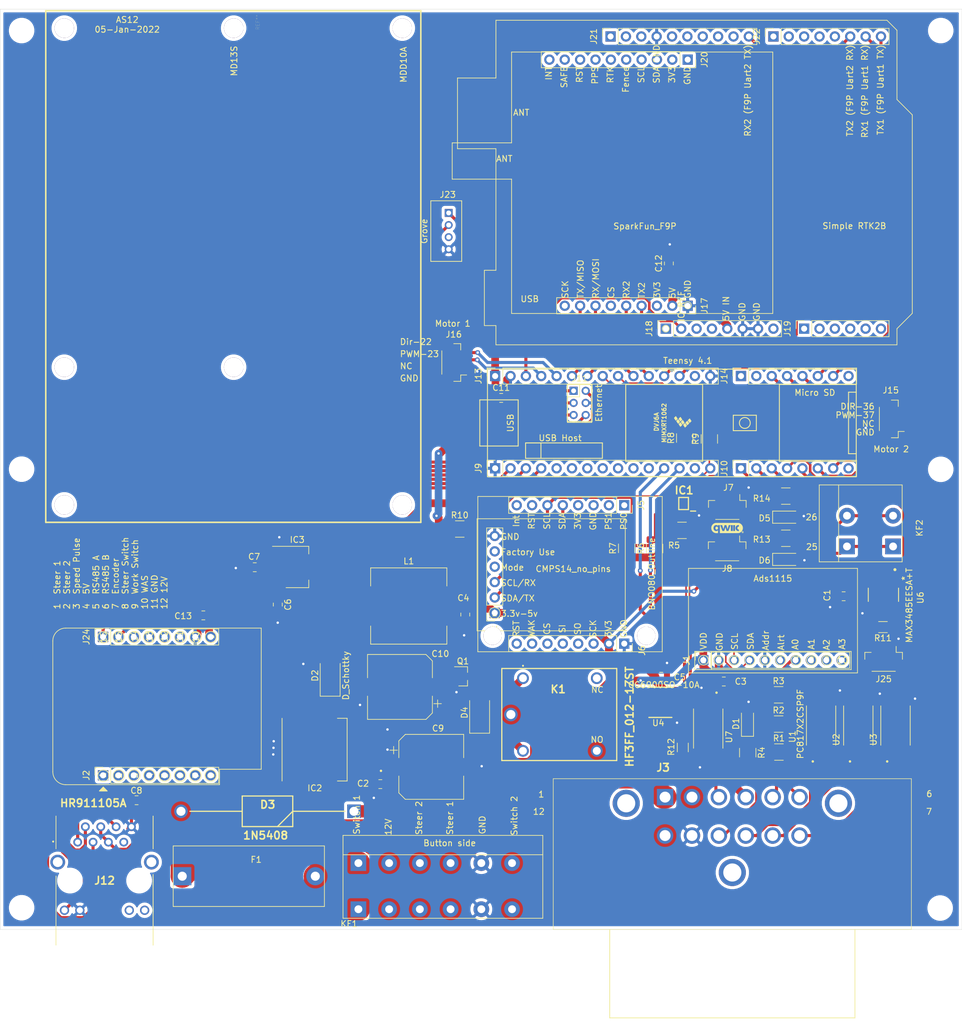
<source format=kicad_pcb>
(kicad_pcb (version 20171130) (host pcbnew "(5.1.12)-1")
  (layers (0 F.Cu signal) (31 B.Cu signal) (34 B.Paste user) (35 F.Paste user) (36 B.SilkS user) (37 F.SilkS user) (38 B.Mask user) (39 F.Mask user) (44 Edge.Cuts user))
  (net 0 "")
  (net 1 GND)
  (net 2 "Net-(C1-Pad1)")
  (net 3 "Net-(F1-Pad2)")
  (net 4 "Net-(J10-Pad3)")
  (net 5 "Net-(D1-Pad1)")
  (net 6 "Net-(J10-Pad6)")
  (net 7 "Net-(J6-Pad8)")
  (net 8 "Net-(J6-Pad7)")
  (net 9 "Net-(J6-Pad6)")
  (net 10 "Net-(J6-Pad5)")
  (net 11 "Net-(J6-Pad4)")
  (net 12 "Net-(J6-Pad3)")
  (net 13 "Net-(J9-Pad7)")
  (net 14 "Net-(J10-Pad5)")
  (net 15 "Net-(J11-Pad2)")
  (net 16 "Net-(J11-Pad1)")
  (net 17 "Net-(IC1-Pad6)")
  (net 18 "Net-(IC1-Pad5)")
  (net 19 "Net-(IC1-Pad4)")
  (net 20 "Net-(IC1-Pad3)")
  (net 21 "Net-(IC1-Pad2)")
  (net 22 "Net-(J9-Pad11)")
  (net 23 "Net-(J9-Pad12)")
  (net 24 "Net-(J10-Pad7)")
  (net 25 "Net-(J10-Pad4)")
  (net 26 "Net-(J11-Pad6)")
  (net 27 "Net-(J11-Pad5)")
  (net 28 "Net-(J11-Pad3)")
  (net 29 "Net-(J14-Pad2)")
  (net 30 "Net-(J15-Pad2)")
  (net 31 "Net-(J20-Pad6)")
  (net 32 "Net-(R1-Pad2)")
  (net 33 "Net-(R2-Pad2)")
  (net 34 "Net-(R3-Pad2)")
  (net 35 "Net-(J19-Pad2)")
  (net 36 "Net-(J21-Pad5)")
  (net 37 "Net-(J21-Pad2)")
  (net 38 "Net-(J21-Pad1)")
  (net 39 "Net-(IC1-Pad7)")
  (net 40 "Net-(D2-Pad1)")
  (net 41 "Net-(D3-Pad2)")
  (net 42 "Net-(D4-Pad2)")
  (net 43 "Net-(J1-Pad10)")
  (net 44 "Net-(J1-Pad9)")
  (net 45 "Net-(J1-Pad8)")
  (net 46 "Net-(J1-Pad6)")
  (net 47 "Net-(J3-PadMH3)")
  (net 48 "Net-(J3-PadMH2)")
  (net 49 "Net-(J3-PadMH1)")
  (net 50 "Net-(J3-Pad10)")
  (net 51 "Net-(J3-Pad9)")
  (net 52 "Net-(J3-Pad8)")
  (net 53 "Net-(J3-Pad7)")
  (net 54 "Net-(J4-Pad5)")
  (net 55 "Net-(J4-Pad4)")
  (net 56 "Net-(J5-Pad8)")
  (net 57 "Net-(J5-Pad7)")
  (net 58 "Net-(J5-Pad4)")
  (net 59 "Net-(J5-Pad3)")
  (net 60 "Net-(J5-Pad2)")
  (net 61 "Net-(J5-Pad1)")
  (net 62 "Net-(J9-Pad14)")
  (net 63 "Net-(J9-Pad13)")
  (net 64 "Net-(J9-Pad10)")
  (net 65 "Net-(J9-Pad9)")
  (net 66 "Net-(J9-Pad8)")
  (net 67 "Net-(J9-Pad6)")
  (net 68 "Net-(J9-Pad5)")
  (net 69 "Net-(J9-Pad4)")
  (net 70 "Net-(J10-Pad8)")
  (net 71 "Net-(J10-Pad2)")
  (net 72 "Net-(J10-Pad1)")
  (net 73 "Net-(J12-Pad11)")
  (net 74 "Net-(J12-Pad12)")
  (net 75 "Net-(J12-Pad7)")
  (net 76 "Net-(J13-Pad14)")
  (net 77 "Net-(J13-Pad13)")
  (net 78 "Net-(J13-Pad12)")
  (net 79 "Net-(J13-Pad11)")
  (net 80 "Net-(J13-Pad10)")
  (net 81 "Net-(J13-Pad7)")
  (net 82 "Net-(J13-Pad6)")
  (net 83 "Net-(J13-Pad5)")
  (net 84 "Net-(J13-Pad4)")
  (net 85 "Net-(J13-Pad3)")
  (net 86 "Net-(J14-Pad8)")
  (net 87 "Net-(J14-Pad7)")
  (net 88 "Net-(J14-Pad6)")
  (net 89 "Net-(J14-Pad5)")
  (net 90 "Net-(J14-Pad4)")
  (net 91 "Net-(J14-Pad3)")
  (net 92 "Net-(J14-Pad1)")
  (net 93 "Net-(J17-Pad3)")
  (net 94 "Net-(J18-Pad4)")
  (net 95 "Net-(J18-Pad3)")
  (net 96 "Net-(J18-Pad1)")
  (net 97 "Net-(J19-Pad6)")
  (net 98 "Net-(J19-Pad5)")
  (net 99 "Net-(J19-Pad4)")
  (net 100 "Net-(J19-Pad3)")
  (net 101 "Net-(J19-Pad1)")
  (net 102 "Net-(J20-Pad9)")
  (net 103 "Net-(J20-Pad8)")
  (net 104 "Net-(J20-Pad7)")
  (net 105 "Net-(J20-Pad5)")
  (net 106 "Net-(J20-Pad3)")
  (net 107 "Net-(J20-Pad2)")
  (net 108 "Net-(J20-Pad1)")
  (net 109 "Net-(J21-Pad3)")
  (net 110 "Net-(K1-Pad5)")
  (net 111 "Net-(K1-Pad2)")
  (net 112 "Net-(Q1-Pad1)")
  (net 113 "Net-(J22-Pad3)")
  (net 114 "Net-(C10-Pad1)")
  (net 115 "Net-(C8-Pad1)")
  (net 116 "Net-(K1-Pad4)")
  (net 117 "Net-(J16-Pad2)")
  (net 118 "Net-(J17-Pad9)")
  (net 119 "Net-(J17-Pad6)")
  (net 120 "Net-(J18-Pad8)")
  (net 121 "Net-(J20-Pad10)")
  (net 122 "Net-(J20-Pad4)")
  (net 123 "Net-(J21-Pad9)")
  (net 124 "Net-(J21-Pad8)")
  (net 125 "Net-(J21-Pad7)")
  (net 126 "Net-(J21-Pad6)")
  (net 127 "Net-(J22-Pad5)")
  (net 128 "Net-(J22-Pad4)")
  (net 129 "Net-(J22-Pad2)")
  (net 130 "Net-(J22-Pad1)")
  (net 131 "Net-(J23-Pad3)")
  (net 132 "Net-(J3-Pad1)")
  (net 133 "Net-(J2-Pad8)")
  (net 134 "Net-(J2-Pad7)")
  (net 135 "Net-(J2-Pad6)")
  (net 136 "Net-(J2-Pad5)")
  (net 137 "Net-(J2-Pad4)")
  (net 138 "Net-(J2-Pad3)")
  (net 139 "Net-(J2-Pad2)")
  (net 140 "Net-(J2-Pad1)")
  (net 141 "Net-(J24-Pad2)")
  (net 142 "Net-(J24-Pad1)")
  (net 143 "Net-(J24-Pad6)")
  (net 144 "Net-(J24-Pad5)")
  (net 145 "Net-(J24-Pad4)")
  (net 146 "Net-(J24-Pad3)")
  (net 147 "Net-(U4-Pad6)")
  (net 148 "Net-(J3-Pad2)")
  (net 149 "Net-(R12-Pad2)")
  (net 150 "Net-(D5-Pad1)")
  (net 151 "Net-(D6-Pad1)")
  (net 152 "Net-(C2-Pad1)")
  (net 153 "Net-(IC3-Pad4)")
  (net 154 "Net-(J3-Pad12)")
  (net 155 "Net-(J3-Pad3)")
  (net 156 "Net-(J25-Pad3)")
  (net 157 "Net-(J25-Pad4)")
  (net 158 "Net-(J25-Pad2)")
  (module MyFootprints:MDD10A_Outline (layer F.Cu) (at 27.54122 20.25396 270)
    (fp_text reference REF** (at 1.905 -35.052 90) (layer F.SilkS) (effects (font (size 0.6 0.6) (thickness 0.015))))
    (fp_text value MDD10A (at 8.91286 -59.1439 90) (layer F.SilkS))
    (fp_text user MD13S (at 8.3058 -31.1404 90) (layer F.SilkS))
    (pad 8 thru_hole circle (at 2.88 -31.06 270) (size 3.2 3.2) (drill 3.2) (layers *.Cu *.Mask))
    (pad 8 thru_hole circle (at 58.88 -31.06 270) (size 3.2 3.2) (drill 3.2) (layers *.Cu *.Mask))
    (pad 8 thru_hole circle (at 58.88 -3.06 270) (size 3.2 3.2) (drill 3.2) (layers *.Cu *.Mask))
    (pad 8 thru_hole circle (at 2.88 -3.06 270) (size 3.2 3.2) (drill 3.2) (layers *.Cu *.Mask))
    (pad 8 thru_hole circle (at 2.88 -58.94 270) (size 3.2 3.2) (drill 3.2) (layers *.Cu *.Mask))
    (pad 8 thru_hole circle (at 81.62 -58.94 270) (size 3.2 3.2) (drill 3.2) (layers *.Cu *.Mask))
    (pad 8 thru_hole circle (at 81.62 -3.06 270) (size 3.2 3.2) (drill 3.2) (layers *.Cu *.Mask))
  )
  (module "MyFootprints:SMA(DO-214AC)" (layer F.Cu) (at 74.55408 130.06578 90)
    (fp_text reference D2 (at 0 -2.5 90) (layer F.SilkS))
    (fp_text value D_Schottky (at 0 2.6 90) (layer F.SilkS))
    (pad 2 smd rect (at 2 0 90) (size 1.8 1.8) (layers F.Cu F.Paste F.Mask) (net 1 GND))
    (pad 1 smd rect (at -2 0 90) (size 1.8 1.8) (layers F.Cu F.Paste F.Mask) (net 40 "Net-(D2-Pad1)"))
  )
  (module MyFootprints:Maxim_Integrated-S8-2-0-P-MFG (layer F.Cu) (at 166.01316 116.72102 270)
    (fp_text reference U6 (at 0.4826 -6.1214 90) (layer F.SilkS))
    (fp_text value MAX3485EESA+T (at 1.74204 -4.2659 90) (layer F.SilkS))
    (fp_text user * (at -2.719 -3.5888 90) (layer F.SilkS))
    (pad 8 smd rect (at 2.465 -1.905 270) (size 1.98 0.53) (layers F.Cu F.Paste F.Mask) (net 2 "Net-(C1-Pad1)"))
    (pad 7 smd rect (at 2.465 -0.635 270) (size 1.98 0.53) (layers F.Cu F.Paste F.Mask) (net 156 "Net-(J25-Pad3)"))
    (pad 6 smd rect (at 2.465 0.635 270) (size 1.98 0.53) (layers F.Cu F.Paste F.Mask) (net 157 "Net-(J25-Pad4)"))
    (pad 5 smd rect (at 2.465 1.905 270) (size 1.98 0.53) (layers F.Cu F.Paste F.Mask) (net 1 GND))
    (pad 4 smd rect (at -2.465 1.905 270) (size 1.98 0.53) (layers F.Cu F.Paste F.Mask) (net 4 "Net-(J10-Pad3)"))
    (pad 3 smd rect (at -2.465 0.635 270) (size 1.98 0.53) (layers F.Cu F.Paste F.Mask) (net 4 "Net-(J10-Pad3)"))
    (pad 2 smd rect (at -2.465 -0.635 270) (size 1.98 0.53) (layers F.Cu F.Paste F.Mask) (net 14 "Net-(J10-Pad5)"))
    (pad 1 smd rect (at -2.465 -1.905 270) (size 1.98 0.53) (layers F.Cu F.Paste F.Mask) (net 25 "Net-(J10-Pad4)"))
  )
  (module Capacitor_SMD:C_0805_2012Metric (layer F.Cu) (at 65.89268 118.33606 270)
    (fp_text reference C6 (at 0 -1.68 90) (layer F.SilkS))
    (fp_text value 10uF)
    (pad 2 smd roundrect (at 0.95 0 270) (size 1 1.45) (layers F.Cu F.Paste F.Mask) (net 1 GND))
    (pad 1 smd roundrect (at -0.95 0 270) (size 1 1.45) (layers F.Cu F.Paste F.Mask) (net 114 "Net-(C10-Pad1)"))
  )
  (module MyFootprints:Qwic_vertical (layer F.Cu) (at 166.0525 127.3429 180)
    (fp_text reference J25 (at 0 -3.3) (layer F.SilkS))
    (fp_text value RS485)
    (pad MP smd roundrect (at 2.8 -1.2 180) (size 1.2 1.8) (layers F.Cu F.Paste F.Mask) (roundrect_rratio 0.208333))
    (pad MP smd roundrect (at -2.8 -1.2 180) (size 1.2 1.8) (layers F.Cu F.Paste F.Mask) (roundrect_rratio 0.208333))
    (pad 4 smd roundrect (at 1.5 1.325 180) (size 0.6 1.55) (layers F.Cu F.Paste F.Mask) (net 157 "Net-(J25-Pad4)"))
    (pad 3 smd roundrect (at 0.5 1.325 180) (size 0.6 1.55) (layers F.Cu F.Paste F.Mask) (net 156 "Net-(J25-Pad3)"))
    (pad 2 smd roundrect (at -0.5 1.325 180) (size 0.6 1.55) (layers F.Cu F.Paste F.Mask) (net 158 "Net-(J25-Pad2)"))
    (pad 1 smd roundrect (at -1.5 1.325 180) (size 0.6 1.55) (layers F.Cu F.Paste F.Mask) (net 1 GND))
  )
  (module MountingHole:MountingHole_3.2mm_M3 (layer F.Cu) (at 23.54834 95.97263)
    (fp_text reference " " (at 0 -4.2) (layer F.SilkS))
    (fp_text value " ")
    (pad 1 np_thru_hole circle (at 0 0) (size 3.2 3.2) (drill 3.2) (layers *.Cu *.Mask))
  )
  (module MountingHole:MountingHole_3.2mm_M3 (layer F.Cu) (at 175.49368 95.99803)
    (fp_text reference " " (at 0 -4.2) (layer F.SilkS))
    (fp_text value " ")
    (pad 1 np_thru_hole circle (at 0 0) (size 3.2 3.2) (drill 3.2) (layers *.Cu *.Mask))
  )
  (module Diode_SMD:D_SMA (layer F.Cu) (at 99.26066 136.18464 90)
    (fp_text reference D4 (at 0 -2.5 90) (layer F.SilkS))
    (fp_text value 1N4007)
    (pad 2 smd rect (at 2 0 90) (size 2.5 1.8) (layers F.Cu F.Paste F.Mask) (net 42 "Net-(D4-Pad2)"))
    (pad 1 smd rect (at -2 0 90) (size 2.5 1.8) (layers F.Cu F.Paste F.Mask) (net 114 "Net-(C10-Pad1)"))
  )
  (module Package_TO_SOT_SMD:SOT-223 (layer F.Cu) (at 69.11086 112.13084)
    (fp_text reference IC3 (at 0 -4.5) (layer F.SilkS))
    (fp_text value AZ1117)
    (pad 1 smd rect (at -3.15 -2.3) (size 2 1.5) (layers F.Cu F.Paste F.Mask) (net 1 GND))
    (pad 3 smd rect (at -3.15 2.3) (size 2 1.5) (layers F.Cu F.Paste F.Mask) (net 114 "Net-(C10-Pad1)"))
    (pad 2 smd rect (at -3.15 0) (size 2 1.5) (layers F.Cu F.Paste F.Mask) (net 2 "Net-(C1-Pad1)"))
    (pad 4 smd rect (at 3.15 0) (size 2 3.8) (layers F.Cu F.Paste F.Mask) (net 153 "Net-(IC3-Pad4)"))
  )
  (module MyFootprints:TO263-5L (layer F.Cu) (at 74.65314 142.29842 180)
    (fp_text reference IC2 (at 2.6416 -6.35508) (layer F.SilkS))
    (fp_text value XL2596)
    (pad 6 smd rect (at 3.5 0 180) (size 8.46 10.53) (layers F.Cu F.Mask) (net 1 GND))
    (pad 5 smd rect (at -6.13 3.4 180) (size 3.21 1.05) (layers F.Cu F.Paste F.Mask) (net 1 GND))
    (pad 4 smd rect (at -6.13 1.7 180) (size 3.21 1.05) (layers F.Cu F.Paste F.Mask) (net 114 "Net-(C10-Pad1)"))
    (pad 3 smd rect (at -6.13 0 180) (size 3.21 1.05) (layers F.Cu F.Paste F.Mask) (net 1 GND))
    (pad 2 smd rect (at -6.13 -1.7 180) (size 3.21 1.05) (layers F.Cu F.Paste F.Mask) (net 40 "Net-(D2-Pad1)"))
    (pad 1 smd rect (at -6.13 -3.4 180) (size 3.21 1.05) (layers F.Cu F.Paste F.Mask) (net 152 "Net-(C2-Pad1)"))
  )
  (module Capacitor_SMD:C_0805_2012Metric (layer F.Cu) (at 82.84464 147.99564 180)
    (fp_text reference C2 (at 2.84988 0.10414) (layer F.SilkS))
    (fp_text value CL21B105KAFNNNE)
    (pad 2 smd roundrect (at 0.95 0 180) (size 1 1.45) (layers F.Cu F.Paste F.Mask) (net 1 GND))
    (pad 1 smd roundrect (at -0.95 0 180) (size 1 1.45) (layers F.Cu F.Paste F.Mask) (net 152 "Net-(C2-Pad1)"))
  )
  (module MyFootprints:TMPA1265SP-101MN-D (layer F.Cu) (at 87.54872 118.57482)
    (fp_text reference L1 (at 0 -7.4) (layer F.SilkS))
    (fp_text value SMDRI127-330MT)
    (pad 2 smd rect (at 4.95 0) (size 2.9 5.4) (layers F.Cu F.Paste F.Mask) (net 114 "Net-(C10-Pad1)"))
    (pad 1 smd rect (at -4.95 0) (size 2.9 5.4) (layers F.Cu F.Paste F.Mask) (net 40 "Net-(D2-Pad1)"))
  )
  (module Capacitor_SMD:CP_Elec_10x10.5 (layer F.Cu) (at 86.0933 131.94284 180)
    (fp_text reference C10 (at -6.67258 5.47624) (layer F.SilkS))
    (fp_text value RVT1V331M1010)
    (pad 2 smd roundrect (at 4.2 0 180) (size 4.4 2.5) (layers F.Cu F.Paste F.Mask) (roundrect_rratio 0.1) (net 1 GND))
    (pad 1 smd roundrect (at -4.2 0 180) (size 4.4 2.5) (layers F.Cu F.Paste F.Mask) (roundrect_rratio 0.1) (net 114 "Net-(C10-Pad1)"))
  )
  (module Capacitor_SMD:CP_Elec_10x10.5 (layer F.Cu) (at 91.26982 145.14322)
    (fp_text reference C9 (at 1.1176 -6.35762) (layer F.SilkS))
    (fp_text value RVT1V471M1010)
    (pad 2 smd roundrect (at 4.2 0) (size 4.4 2.5) (layers F.Cu F.Paste F.Mask) (roundrect_rratio 0.1) (net 1 GND))
    (pad 1 smd roundrect (at -4.2 0) (size 4.4 2.5) (layers F.Cu F.Paste F.Mask) (roundrect_rratio 0.1) (net 152 "Net-(C2-Pad1)"))
  )
  (module MyFootprints:ads1115_no_pins (layer F.Cu) (at 134.65048 129.12344)
    (fp_text reference REF**)
    (fp_text value Ads1115 (at 13.081 -15.0876) (layer F.SilkS))
    (fp_text user 10 (at 24.6126 -1.5748) (layer F.SilkS))
    (fp_text user 9 (at 21.9964 -1.6256) (layer F.SilkS))
    (fp_text user 8 (at 19.4818 -1.6002) (layer F.SilkS))
    (fp_text user 7 (at 16.9164 -1.5748) (layer F.SilkS))
    (fp_text user 6 (at 14.3256 -1.6002) (layer F.SilkS))
    (fp_text user 5 (at 11.8364 -1.5748) (layer F.SilkS))
    (fp_text user 4 (at 9.1948 -1.524) (layer F.SilkS))
    (fp_text user 3 (at 6.731 -1.5748) (layer F.SilkS))
    (fp_text user 2 (at 4.191 -1.6002) (layer F.SilkS))
    (fp_text user 1 (at 1.651 -1.6002) (layer F.SilkS))
    (fp_text user A3 (at 24.5364 -4.2672 90) (layer F.SilkS))
    (fp_text user A2 (at 21.971 -4.1402 90) (layer F.SilkS))
    (fp_text user A1 (at 19.4564 -4.2672 90) (layer F.SilkS))
    (fp_text user A0 (at 16.7894 -4.2164 90) (layer F.SilkS))
    (fp_text user Alrt (at 14.4526 -4.5212 90) (layer F.SilkS))
    (fp_text user Addr (at 11.9126 -4.8514 90) (layer F.SilkS))
    (fp_text user SDA (at 9.398 -4.7244 90) (layer F.SilkS))
    (fp_text user SCL (at 6.7818 -4.699 90) (layer F.SilkS))
    (fp_text user GND (at 4.2672 -4.6482 90) (layer F.SilkS))
    (fp_text user VDD (at 1.6256 -4.7752 90) (layer F.SilkS))
  )
  (module Resistor_SMD:R_1210_3225Metric (layer F.Cu) (at 149.87524 100.4189)
    (fp_text reference R14 (at -3.981789 0.39116) (layer F.SilkS))
    (fp_text value 200)
    (pad 2 smd roundrect (at 1.4625 0) (size 1.125 2.65) (layers F.Cu F.Paste F.Mask) (roundrect_rratio 0.222222) (net 71 "Net-(J10-Pad2)"))
    (pad 1 smd roundrect (at -1.4625 0) (size 1.125 2.65) (layers F.Cu F.Paste F.Mask) (roundrect_rratio 0.222222) (net 150 "Net-(D5-Pad1)"))
  )
  (module Resistor_SMD:R_1210_3225Metric (layer F.Cu) (at 149.87524 107.390352)
    (fp_text reference R13 (at -3.981789 0.186268) (layer F.SilkS))
    (fp_text value 200)
    (pad 2 smd roundrect (at 1.4625 0) (size 1.125 2.65) (layers F.Cu F.Paste F.Mask) (roundrect_rratio 0.222222) (net 72 "Net-(J10-Pad1)"))
    (pad 1 smd roundrect (at -1.4625 0) (size 1.125 2.65) (layers F.Cu F.Paste F.Mask) (roundrect_rratio 0.222222) (net 151 "Net-(D6-Pad1)"))
  )
  (module MyFootprints:KF142V-5.08-2P (layer F.Cu) (at 169.11066 98.57994 270)
    (fp_text reference KF2 (at 7.112 -2.8702 90) (layer F.SilkS))
    (fp_text value KF142V-5.0-2P)
    (pad 2 thru_hole circle (at 5.08 9.12 270) (size 2.6 2.6) (drill 1.3) (layers *.Cu *.Mask) (net 150 "Net-(D5-Pad1)"))
    (pad 2 thru_hole circle (at 5.08 1.5 270) (size 2.6 2.6) (drill 1.3) (layers *.Cu *.Mask) (net 150 "Net-(D5-Pad1)"))
    (pad 1 thru_hole rect (at 10.16 9.12 270) (size 2.6 2.6) (drill 1.3) (layers *.Cu *.Mask) (net 151 "Net-(D6-Pad1)"))
    (pad 1 thru_hole rect (at 10.16 1.5 270) (size 2.6 2.6) (drill 1.3) (layers *.Cu *.Mask) (net 151 "Net-(D6-Pad1)"))
  )
  (module Diode_SMD:D_SOD-123F (layer F.Cu) (at 149.89274 110.87608)
    (fp_text reference D6 (at -3.523099 0.16002) (layer F.SilkS))
    (fp_text value "Zener Diode")
    (pad 2 smd rect (at 1.4 0) (size 1.1 1.1) (layers F.Cu F.Paste F.Mask) (net 1 GND))
    (pad 1 smd rect (at -1.4 0) (size 1.1 1.1) (layers F.Cu F.Paste F.Mask) (net 151 "Net-(D6-Pad1)"))
  )
  (module Diode_SMD:D_SOD-123F (layer F.Cu) (at 149.89274 103.904626)
    (fp_text reference D5 (at -3.523099 0.171874) (layer F.SilkS))
    (fp_text value "Zener Diode")
    (pad 2 smd rect (at 1.4 0) (size 1.1 1.1) (layers F.Cu F.Paste F.Mask) (net 1 GND))
    (pad 1 smd rect (at -1.4 0) (size 1.1 1.1) (layers F.Cu F.Paste F.Mask) (net 150 "Net-(D5-Pad1)"))
  )
  (module Resistor_SMD:R_1206_3216Metric (layer F.Cu) (at 132.84708 141.93774 270)
    (fp_text reference R12 (at -0.08128 1.92278 90) (layer F.SilkS))
    (fp_text value 100)
    (pad 2 smd roundrect (at 1.4625 0 270) (size 1.125 1.75) (layers F.Cu F.Paste F.Mask) (roundrect_rratio 0.222222) (net 149 "Net-(R12-Pad2)"))
    (pad 1 smd roundrect (at -1.4625 0 270) (size 1.125 1.75) (layers F.Cu F.Paste F.Mask) (roundrect_rratio 0.222222) (net 63 "Net-(J9-Pad13)"))
  )
  (module Resistor_SMD:R_1206_3216Metric (layer F.Cu) (at 165.9382 122.05716 180)
    (fp_text reference R11 (at 0 -1.82) (layer F.SilkS))
    (fp_text value 120)
    (pad 2 smd roundrect (at 1.4625 0 180) (size 1.125 1.75) (layers F.Cu F.Paste F.Mask) (roundrect_rratio 0.222222) (net 157 "Net-(J25-Pad4)"))
    (pad 1 smd roundrect (at -1.4625 0 180) (size 1.125 1.75) (layers F.Cu F.Paste F.Mask) (roundrect_rratio 0.222222) (net 156 "Net-(J25-Pad3)"))
  )
  (module MyFootprints:SOIC254P960X420-4N (layer F.Cu) (at 137.05078 138.818 270)
    (fp_text reference U7 (at 1.38492 -3.45186 90) (layer F.SilkS))
    (fp_text value PC817X2CSP9F)
    (pad 4 smd roundrect (at 4.28 -1.27 270) (size 2.15 1.48) (layers F.Cu F.Paste F.Mask) (roundrect_rratio 0.18) (net 155 "Net-(J3-Pad3)"))
    (pad 3 smd roundrect (at 4.28 1.27 270) (size 2.15 1.48) (layers F.Cu F.Paste F.Mask) (roundrect_rratio 0.18) (net 1 GND))
    (pad 2 smd roundrect (at -4.28 1.27 270) (size 2.15 1.48) (layers F.Cu F.Paste F.Mask) (roundrect_rratio 0.18) (net 1 GND))
    (pad 1 smd roundrect (at -4.28 -1.27 270) (size 2.15 1.48) (layers F.Cu F.Paste F.Mask) (roundrect_rratio 0.18) (net 149 "Net-(R12-Pad2)"))
  )
  (module Resistor_SMD:R_1210_3225Metric (layer F.Cu) (at 95.97898 105.8545)
    (fp_text reference R10 (at 0 -2.28) (layer F.SilkS))
    (fp_text value 1K)
    (pad 2 smd roundrect (at 1.4625 0) (size 1.125 2.65) (layers F.Cu F.Paste F.Mask) (roundrect_rratio 0.2222204444444444) (net 69 "Net-(J9-Pad4)"))
    (pad 1 smd roundrect (at -1.4625 0) (size 1.125 2.65) (layers F.Cu F.Paste F.Mask) (roundrect_rratio 0.2222204444444444) (net 112 "Net-(Q1-Pad1)"))
  )
  (module Capacitor_SMD:C_0805_2012Metric (layer F.Cu) (at 129.28346 130.26136)
    (fp_text reference C5 (at 3.0607 0.06096) (layer F.SilkS))
    (fp_text value 0.1uF)
    (pad 2 smd roundrect (at 0.95 0) (size 1 1.45) (layers F.Cu F.Paste F.Mask) (net 1 GND))
    (pad 1 smd roundrect (at -0.95 0) (size 1 1.45) (layers F.Cu F.Paste F.Mask) (net 2 "Net-(C1-Pad1)"))
  )
  (module Connector_PinSocket_2.54mm:PinSocket_1x08_P2.54mm_Vertical (layer F.Cu) (at 37.015 123.6794 90)
    (fp_text reference J24 (at 0 -2.77 90) (layer F.SilkS))
    (fp_text value WemosD1_right)
    (pad 8 thru_hole oval (at 0 17.78 90) (size 1.7 1.7) (drill 1) (layers *.Cu *.Mask) (net 114 "Net-(C10-Pad1)"))
    (pad 7 thru_hole oval (at 0 15.24 90) (size 1.7 1.7) (drill 1) (layers *.Cu *.Mask) (net 1 GND))
    (pad 6 thru_hole oval (at 0 12.7 90) (size 1.7 1.7) (drill 1) (layers *.Cu *.Mask) (net 143 "Net-(J24-Pad6)"))
    (pad 5 thru_hole oval (at 0 10.16 90) (size 1.7 1.7) (drill 1) (layers *.Cu *.Mask) (net 144 "Net-(J24-Pad5)"))
    (pad 4 thru_hole oval (at 0 7.62 90) (size 1.7 1.7) (drill 1) (layers *.Cu *.Mask) (net 145 "Net-(J24-Pad4)"))
    (pad 3 thru_hole oval (at 0 5.08 90) (size 1.7 1.7) (drill 1) (layers *.Cu *.Mask) (net 146 "Net-(J24-Pad3)"))
    (pad 2 thru_hole oval (at 0 2.54 90) (size 1.7 1.7) (drill 1) (layers *.Cu *.Mask) (net 141 "Net-(J24-Pad2)"))
    (pad 1 thru_hole rect (at 0 0 90) (size 1.7 1.7) (drill 1) (layers *.Cu *.Mask) (net 142 "Net-(J24-Pad1)"))
  )
  (module Connector_PinSocket_2.54mm:PinSocket_1x08_P2.54mm_Vertical (layer F.Cu) (at 37.015 146.5394 90)
    (fp_text reference J2 (at 0 -2.77 90) (layer F.SilkS))
    (fp_text value WemosD1_left)
    (pad 8 thru_hole oval (at 0 17.78 90) (size 1.7 1.7) (drill 1) (layers *.Cu *.Mask) (net 133 "Net-(J2-Pad8)"))
    (pad 7 thru_hole oval (at 0 15.24 90) (size 1.7 1.7) (drill 1) (layers *.Cu *.Mask) (net 134 "Net-(J2-Pad7)"))
    (pad 6 thru_hole oval (at 0 12.7 90) (size 1.7 1.7) (drill 1) (layers *.Cu *.Mask) (net 135 "Net-(J2-Pad6)"))
    (pad 5 thru_hole oval (at 0 10.16 90) (size 1.7 1.7) (drill 1) (layers *.Cu *.Mask) (net 136 "Net-(J2-Pad5)"))
    (pad 4 thru_hole oval (at 0 7.62 90) (size 1.7 1.7) (drill 1) (layers *.Cu *.Mask) (net 137 "Net-(J2-Pad4)"))
    (pad 3 thru_hole oval (at 0 5.08 90) (size 1.7 1.7) (drill 1) (layers *.Cu *.Mask) (net 138 "Net-(J2-Pad3)"))
    (pad 2 thru_hole oval (at 0 2.54 90) (size 1.7 1.7) (drill 1) (layers *.Cu *.Mask) (net 139 "Net-(J2-Pad2)"))
    (pad 1 thru_hole rect (at 0 0 90) (size 1.7 1.7) (drill 1) (layers *.Cu *.Mask) (net 140 "Net-(J2-Pad1)"))
  )
  (module Capacitor_SMD:C_0805_2012Metric (layer F.Cu) (at 53.58638 120.12676 180)
    (fp_text reference C13 (at 3.3274 -0.1016) (layer F.SilkS))
    (fp_text value 0.1uF)
    (pad 2 smd roundrect (at 0.95 0 180) (size 1 1.45) (layers F.Cu F.Paste F.Mask) (net 1 GND))
    (pad 1 smd roundrect (at -0.95 0 180) (size 1 1.45) (layers F.Cu F.Paste F.Mask) (net 114 "Net-(C10-Pad1)"))
  )
  (module MyFootprints:WEMOS_D1_mini_light_no_pins (layer F.Cu) (at 37.0459 146.5834 90)
    (fp_text reference REF**)
    (fp_text value WEMOS_D1_mini_light_no_pins)
    (fp_text user 16 (at 22.8346 0.0508 90) (layer F.SilkS))
    (fp_text user 1 (at 0.0762 -0.0508 90) (layer F.SilkS))
    (fp_text user 9 (at 22.9616 17.8308 90) (layer F.SilkS))
    (fp_text user 10 (at 22.9108 15.3416 90) (layer F.SilkS))
    (fp_text user 11 (at 23.0124 12.6746 90) (layer F.SilkS))
    (fp_text user 12 (at 23.0632 10.1346 90) (layer F.SilkS))
    (fp_text user 13 (at 23.0124 7.6454 90) (layer F.SilkS))
    (fp_text user 14 (at 23.0124 5.1816 90) (layer F.SilkS))
    (fp_text user 15 (at 22.86 2.5654 90) (layer F.SilkS))
    (fp_text user 8 (at 0 17.8308 90) (layer F.SilkS))
    (fp_text user 7 (at 0 15.3416 90) (layer F.SilkS))
    (fp_text user 6 (at 0 12.7254 90) (layer F.SilkS))
    (fp_text user 5 (at 0 10.1854 90) (layer F.SilkS))
    (fp_text user 4 (at 0 7.7216 90) (layer F.SilkS))
    (fp_text user 3 (at 0.0254 5.207 90) (layer F.SilkS))
    (fp_text user 2 (at 0.0254 2.5908 90) (layer F.SilkS))
  )
  (module MyFootprints:SOIC127P600X175-8N (layer F.Cu) (at 129.14376 134.47776)
    (fp_text reference U4 (at -0.34036 3.41122) (layer F.SilkS))
    (fp_text value CC6900SO-10A (at 0.56896 -2.87274) (layer F.SilkS))
    (pad 5 smd rect (at 2.7 1.905) (size 1.55 0.6) (layers F.Cu F.Paste F.Mask) (net 1 GND))
    (pad 6 smd rect (at 2.7 0.635) (size 1.55 0.6) (layers F.Cu F.Paste F.Mask) (net 147 "Net-(U4-Pad6)"))
    (pad 8 smd rect (at 2.7 -1.905) (size 1.55 0.6) (layers F.Cu F.Paste F.Mask) (net 2 "Net-(C1-Pad1)"))
    (pad 4 smd rect (at -2.7 1.905 180) (size 1.55 0.6) (layers F.Cu F.Paste F.Mask) (net 148 "Net-(J3-Pad2)"))
    (pad 3 smd rect (at -2.7 0.635) (size 1.55 0.6) (layers F.Cu F.Paste F.Mask) (net 148 "Net-(J3-Pad2)"))
    (pad 1 smd rect (at -2.7 -1.905) (size 1.55 0.6) (layers F.Cu F.Paste F.Mask) (net 116 "Net-(K1-Pad4)"))
    (pad 7 smd rect (at 2.7 -0.635) (size 1.55 0.6) (layers F.Cu F.Paste F.Mask) (net 23 "Net-(J9-Pad12)"))
    (pad 2 smd rect (at -2.7 -0.635) (size 1.55 0.6) (layers F.Cu F.Paste F.Mask) (net 116 "Net-(K1-Pad4)"))
  )
  (module MyFootprints:SOIC254P960X420-4N (layer F.Cu) (at 161.862 138.318 90)
    (fp_text reference U2 (at -2.325 -3.635 90) (layer F.SilkS))
    (fp_text value PC817X2CSP9F)
    (pad 4 smd roundrect (at 4.28 -1.27 90) (size 2.15 1.48) (layers F.Cu F.Paste F.Mask) (roundrect_rratio 0.18) (net 24 "Net-(J10-Pad7)"))
    (pad 3 smd roundrect (at 4.28 1.27 90) (size 2.15 1.48) (layers F.Cu F.Paste F.Mask) (roundrect_rratio 0.18) (net 1 GND))
    (pad 2 smd roundrect (at -4.28 1.27 90) (size 2.15 1.48) (layers F.Cu F.Paste F.Mask) (roundrect_rratio 0.18) (net 52 "Net-(J3-Pad8)"))
    (pad 1 smd roundrect (at -4.28 -1.27 90) (size 2.15 1.48) (layers F.Cu F.Paste F.Mask) (roundrect_rratio 0.18) (net 33 "Net-(R2-Pad2)"))
  )
  (module MyFootprints:SOIC254P960X420-4N (layer F.Cu) (at 155.712 138.318 90)
    (fp_text reference U1 (at -1.83412 -4.74456 90) (layer F.SilkS))
    (fp_text value PC817X2CSP9F (at 0.254 -3.429 90) (layer F.SilkS))
    (pad 4 smd roundrect (at 4.28 -1.27 90) (size 2.15 1.48) (layers F.Cu F.Paste F.Mask) (roundrect_rratio 0.18) (net 6 "Net-(J10-Pad6)"))
    (pad 3 smd roundrect (at 4.28 1.27 90) (size 2.15 1.48) (layers F.Cu F.Paste F.Mask) (roundrect_rratio 0.18) (net 1 GND))
    (pad 2 smd roundrect (at -4.28 1.27 90) (size 2.15 1.48) (layers F.Cu F.Paste F.Mask) (roundrect_rratio 0.18) (net 51 "Net-(J3-Pad9)"))
    (pad 1 smd roundrect (at -4.28 -1.27 90) (size 2.15 1.48) (layers F.Cu F.Paste F.Mask) (roundrect_rratio 0.18) (net 32 "Net-(R1-Pad2)"))
  )
  (module MyFootprints:HR911105A (layer F.Cu) (at 32.8168 157.57398 180)
    (fp_text reference J12 (at -4.45 -6.35) (layer F.SilkS) (effects (font (size 1.27 1.27) (thickness 0.254))))
    (fp_text value HR911105A (at -2.58064 6.44144) (layer F.SilkS) (effects (font (size 1.27 1.27) (thickness 0.254))))
    (pad MH4 np_thru_hole circle (at -10.16 -6.35 180) (size 3.25 0) (drill 3.25) (layers *.Cu *.Mask))
    (pad MH3 np_thru_hole circle (at 1.27 -6.35 180) (size 3.25 0) (drill 3.25) (layers *.Cu *.Mask))
    (pad MH2 thru_hole circle (at -12.19 -3.3 180) (size 2.445 2.445) (drill 1.63) (layers *.Cu *.Mask))
    (pad MH1 thru_hole circle (at 3.3 -3.3 180) (size 2.445 2.445) (drill 1.63) (layers *.Cu *.Mask))
    (pad 12 thru_hole circle (at -11.07 -11.25 180) (size 1.53 1.53) (drill 1.02) (layers *.Cu *.Mask) (net 74 "Net-(J12-Pad12)"))
    (pad 11 thru_hole circle (at -8.53 -11.25 180) (size 1.53 1.53) (drill 1.02) (layers *.Cu *.Mask) (net 73 "Net-(J12-Pad11)"))
    (pad 10 thru_hole circle (at -0.36 -11.25 180) (size 1.53 1.53) (drill 1.02) (layers *.Cu *.Mask) (net 1 GND))
    (pad 9 thru_hole circle (at 2.18 -11.25 180) (size 1.53 1.53) (drill 1.02) (layers *.Cu *.Mask) (net 28 "Net-(J11-Pad3)"))
    (pad 8 thru_hole circle (at -8.89 2.54 180) (size 1.446 1.446) (drill 0.89) (layers *.Cu *.Mask) (net 1 GND))
    (pad 7 thru_hole circle (at -7.62 0 180) (size 1.446 1.446) (drill 0.89) (layers *.Cu *.Mask) (net 75 "Net-(J12-Pad7)"))
    (pad 6 thru_hole circle (at -6.35 2.54 180) (size 1.446 1.446) (drill 0.89) (layers *.Cu *.Mask) (net 15 "Net-(J11-Pad2)"))
    (pad 5 thru_hole circle (at -5.08 0 180) (size 1.446 1.446) (drill 0.89) (layers *.Cu *.Mask) (net 115 "Net-(C8-Pad1)"))
    (pad 4 thru_hole circle (at -3.81 2.54 180) (size 1.446 1.446) (drill 0.89) (layers *.Cu *.Mask) (net 115 "Net-(C8-Pad1)"))
    (pad 3 thru_hole circle (at -2.54 0 180) (size 1.446 1.446) (drill 0.89) (layers *.Cu *.Mask) (net 16 "Net-(J11-Pad1)"))
    (pad 2 thru_hole circle (at -1.27 2.54 180) (size 1.446 1.446) (drill 0.89) (layers *.Cu *.Mask) (net 27 "Net-(J11-Pad5)"))
    (pad 1 thru_hole circle (at 0 0 180) (size 1.446 1.446) (drill 0.89) (layers *.Cu *.Mask) (net 26 "Net-(J11-Pad6)"))
  )
  (module MyFootprints:HF3FF0121ZST (layer F.Cu) (at 106.42854 130.49758)
    (fp_text reference K1 (at 5.8166 1.8288) (layer F.SilkS) (effects (font (size 1.27 1.27) (thickness 0.254))))
    (fp_text value HF3FF_012-1ZST (at 17.61998 6.36524 90) (layer F.SilkS) (effects (font (size 1.27 1.27) (thickness 0.254))))
    (fp_text user NO (at 12.2428 10.16) (layer F.SilkS))
    (fp_text user NC (at 12.2936 1.905) (layer F.SilkS))
    (pad 5 thru_hole circle (at 12.2 0) (size 1.95 1.95) (drill 1.3) (layers *.Cu *.Mask) (net 110 "Net-(K1-Pad5)"))
    (pad 4 thru_hole circle (at 12.2 12) (size 1.95 1.95) (drill 1.3) (layers *.Cu *.Mask) (net 116 "Net-(K1-Pad4)"))
    (pad 3 thru_hole circle (at 0 12) (size 1.95 1.95) (drill 1.3) (layers *.Cu *.Mask) (net 114 "Net-(C10-Pad1)"))
    (pad 2 thru_hole circle (at -2 6) (size 2.25 2.25) (drill 1.5) (layers *.Cu *.Mask) (net 111 "Net-(K1-Pad2)"))
    (pad 1 thru_hole circle (at 0 0) (size 1.95 1.95) (drill 1.3) (layers *.Cu *.Mask) (net 42 "Net-(D4-Pad2)"))
  )
  (module MyFootprints:KF142V-5.08-6P (layer F.Cu) (at 109.7026 170.1546 180)
    (fp_text reference KF1 (at 32.0294 -0.9144) (layer F.SilkS))
    (fp_text value KF142V-5.0-6P)
    (fp_text user "Button side" (at 15.3924 12.4206) (layer F.SilkS))
    (pad 6 thru_hole circle (at 5.08 9.12 180) (size 2.6 2.6) (drill 1.3) (layers *.Cu *.Mask) (net 154 "Net-(J3-Pad12)"))
    (pad 6 thru_hole circle (at 5.08 1.5 180) (size 2.6 2.6) (drill 1.3) (layers *.Cu *.Mask) (net 154 "Net-(J3-Pad12)"))
    (pad 5 thru_hole circle (at 10.16 9.12 180) (size 2.6 2.6) (drill 1.3) (layers *.Cu *.Mask) (net 1 GND))
    (pad 5 thru_hole circle (at 10.16 1.5 180) (size 2.6 2.6) (drill 1.3) (layers *.Cu *.Mask) (net 1 GND))
    (pad 4 thru_hole circle (at 15.24 9.12 180) (size 2.6 2.6) (drill 1.3) (layers *.Cu *.Mask) (net 132 "Net-(J3-Pad1)"))
    (pad 4 thru_hole circle (at 15.24 1.5 180) (size 2.6 2.6) (drill 1.3) (layers *.Cu *.Mask) (net 132 "Net-(J3-Pad1)"))
    (pad 3 thru_hole circle (at 20.32 9.12 180) (size 2.6 2.6) (drill 1.3) (layers *.Cu *.Mask) (net 111 "Net-(K1-Pad2)"))
    (pad 3 thru_hole circle (at 20.32 1.5 180) (size 2.6 2.6) (drill 1.3) (layers *.Cu *.Mask) (net 111 "Net-(K1-Pad2)"))
    (pad 2 thru_hole circle (at 25.4 9.12 180) (size 2.6 2.6) (drill 1.3) (layers *.Cu *.Mask) (net 41 "Net-(D3-Pad2)"))
    (pad 2 thru_hole circle (at 25.4 1.5 180) (size 2.6 2.6) (drill 1.3) (layers *.Cu *.Mask) (net 41 "Net-(D3-Pad2)"))
    (pad 1 thru_hole rect (at 30.48 9.12 180) (size 2.6 2.6) (drill 1.3) (layers *.Cu *.Mask) (net 3 "Net-(F1-Pad2)"))
    (pad 1 thru_hole rect (at 30.48 1.5 180) (size 2.6 2.6) (drill 1.3) (layers *.Cu *.Mask) (net 3 "Net-(F1-Pad2)"))
  )
  (module MyFootprints:DO-201AD-28 (layer F.Cu) (at 78.49362 152.48128 180)
    (fp_text reference D3 (at 14.26718 1.09982) (layer F.SilkS) (effects (font (size 1.27 1.27) (thickness 0.254))))
    (fp_text value 1N5408 (at 14.61008 -3.99542) (layer F.SilkS) (effects (font (size 1.27 1.27) (thickness 0.254))))
    (pad 2 thru_hole circle (at 28.6 0 180) (size 2.25 2.25) (drill 1.5) (layers *.Cu *.Mask) (net 41 "Net-(D3-Pad2)"))
    (pad 1 thru_hole rect (at 0 0 180) (size 2.25 2.25) (drill 1.5) (layers *.Cu *.Mask) (net 152 "Net-(C2-Pad1)"))
  )
  (module MountingHole:MountingHole_3.2mm_M3 (layer F.Cu) (at 23.54834 23.53564)
    (fp_text reference " " (at 0 -4.2) (layer F.SilkS))
    (fp_text value " ")
    (pad 1 np_thru_hole circle (at 0 0) (size 3.2 3.2) (drill 3.2) (layers *.Cu *.Mask))
  )
  (module MountingHole:MountingHole_3.2mm_M3 (layer F.Cu) (at 175.49368 23.53564)
    (fp_text reference " " (at 0 -4.2) (layer F.SilkS))
    (fp_text value " ")
    (pad 1 np_thru_hole circle (at 0 0) (size 3.2 3.2) (drill 3.2) (layers *.Cu *.Mask))
  )
  (module MountingHole:MountingHole_3.2mm_M3 (layer F.Cu) (at 175.39462 168.46042)
    (fp_text reference " " (at 0 -4.2) (layer F.SilkS))
    (fp_text value " ")
    (pad 1 np_thru_hole circle (at 0 0) (size 3.2 3.2) (drill 3.2) (layers *.Cu *.Mask))
  )
  (module MountingHole:MountingHole_3.2mm_M3 (layer F.Cu) (at 23.55088 168.40962)
    (fp_text reference " " (at 0 -4.2) (layer F.SilkS))
    (fp_text value " ")
    (pad 1 np_thru_hole circle (at 0 0) (size 3.2 3.2) (drill 3.2) (layers *.Cu *.Mask))
  )
  (module MyFootprints:Qwic_vertical (layer F.Cu) (at 167.3606 87.6808 90)
    (fp_text reference J15 (at 4.7371 -0.127 180) (layer F.SilkS))
    (fp_text value "Motor 2")
    (pad MP smd roundrect (at 2.8 -1.2 90) (size 1.2 1.8) (layers F.Cu F.Paste F.Mask) (roundrect_rratio 0.2083325))
    (pad MP smd roundrect (at -2.8 -1.2 90) (size 1.2 1.8) (layers F.Cu F.Paste F.Mask) (roundrect_rratio 0.2083325))
    (pad 4 smd roundrect (at 1.5 1.325 90) (size 0.6 1.55) (layers F.Cu F.Paste F.Mask) (net 89 "Net-(J14-Pad5)"))
    (pad 3 smd roundrect (at 0.5 1.325 90) (size 0.6 1.55) (layers F.Cu F.Paste F.Mask) (net 90 "Net-(J14-Pad4)"))
    (pad 2 smd roundrect (at -0.5 1.325 90) (size 0.6 1.55) (layers F.Cu F.Paste F.Mask) (net 30 "Net-(J15-Pad2)"))
    (pad 1 smd roundrect (at -1.5 1.325 90) (size 0.6 1.55) (layers F.Cu F.Paste F.Mask) (net 1 GND))
  )
  (module Capacitor_SMD:C_0805_2012Metric (layer F.Cu) (at 96.89084 119.98706 270)
    (fp_text reference C4 (at -2.7305 0.31242 180) (layer F.SilkS))
    (fp_text value 0.1uF)
    (pad 2 smd roundrect (at 0.95 0 270) (size 1 1.45) (layers F.Cu F.Paste F.Mask) (net 1 GND))
    (pad 1 smd roundrect (at -0.95 0 270) (size 1 1.45) (layers F.Cu F.Paste F.Mask) (net 2 "Net-(C1-Pad1)"))
  )
  (module Capacitor_SMD:C_0805_2012Metric (layer F.Cu) (at 159.43834 116.96192 180)
    (fp_text reference C1 (at 2.7305 0.1524 270) (layer F.SilkS))
    (fp_text value 0.1uF)
    (pad 2 smd roundrect (at 0.95 0 180) (size 1 1.45) (layers F.Cu F.Paste F.Mask) (net 1 GND))
    (pad 1 smd roundrect (at -0.95 0 180) (size 1 1.45) (layers F.Cu F.Paste F.Mask) (net 2 "Net-(C1-Pad1)"))
  )
  (module MyFootprints:Grove (layer F.Cu) (at 94.1451 56.6547 270)
    (fp_text reference J23 (at -6.0198 0.1524 180) (layer F.SilkS))
    (fp_text value Grove (at 0.0254 4.0386 90) (layer F.SilkS))
    (pad 4 thru_hole circle (at 3 0 270) (size 1.308 1.308) (drill 0.8) (layers *.Cu *.Mask) (net 1 GND))
    (pad 3 thru_hole circle (at 1 0 270) (size 1.308 1.308) (drill 0.8) (layers *.Cu *.Mask) (net 131 "Net-(J23-Pad3)"))
    (pad 2 thru_hole circle (at -1 0 270) (size 1.308 1.308) (drill 0.8) (layers *.Cu *.Mask) (net 84 "Net-(J13-Pad4)"))
    (pad 1 thru_hole rect (at -3 0 270) (size 1.308 1.308) (drill 0.8) (layers *.Cu *.Mask) (net 83 "Net-(J13-Pad5)"))
  )
  (module MyFootprints:QwiicLogo (layer F.Cu) (at 140.18768 105.64876)
    (fp_text reference G*** hide)
    (fp_text value LOGO hide)
  )
  (module MyFootprints:Teensy41_no_pins (layer F.Cu) (at 131.0386 88.3412)
    (fp_text reference -- (at -0.5334 -8.6868) (layer F.SilkS))
    (fp_text value "Teensy 4.1" (at 2.6162 -10.287) (layer F.SilkS))
    (fp_text user "USB Host" (at -18.4658 2.4892) (layer F.SilkS))
    (fp_text user Ethernet (at -12.065 -3.2766 90) (layer F.SilkS))
    (fp_text user USB (at -26.67 0 270) (layer F.SilkS))
    (fp_text user "Micro SD" (at 23.6474 -5.0038) (layer F.SilkS))
    (fp_text user MIMXRT1062 (at -1.27 0 -90) (layer F.SilkS) (effects (font (size 0.7 0.7))))
    (fp_text user DVJ6A (at -2.54 -0.18 -90) (layer F.SilkS) (effects (font (size 0.7 0.7))))
  )
  (module MyFootprints:CMPS14_no_pins (layer F.Cu) (at 98.84156 104.1654)
    (fp_text reference M1)
    (fp_text value CMPS14_no_pins (at 15.9004 8.2804) (layer F.SilkS))
    (fp_text user 1 (at 2.8956 15.5702) (layer F.SilkS))
    (fp_text user GND (at 5.461 2.9718) (layer F.SilkS))
    (fp_text user "Factory Use" (at 8.413381 5.5118) (layer F.SilkS))
    (fp_text user Mode (at 5.841953 8.0518) (layer F.SilkS))
    (fp_text user SCL/RX (at 6.818143 10.5918) (layer F.SilkS))
    (fp_text user SDA/TX (at 6.722905 13.1318) (layer F.SilkS))
    (fp_text user 3.3v-5v (at 6.98481 15.6718) (layer F.SilkS))
  )
  (module MyFootprints:BNO080_Outline (layer F.Cu) (at 129.44856 126.1364 180)
    (fp_text reference REF**)
    (fp_text value BNO080_Outline (at 1.7272 12.8524 90) (layer F.SilkS))
    (fp_text user RST (at 24.13 3.81 90) (layer F.SilkS))
    (fp_text user WAK (at 21.59 3.81 90) (layer F.SilkS))
    (fp_text user CS (at 19.05 3.81 90) (layer F.SilkS))
    (fp_text user SI (at 16.51 3.81 90) (layer F.SilkS))
    (fp_text user SO (at 13.97 3.81 90) (layer F.SilkS))
    (fp_text user SCK (at 11.43 3.81 90) (layer F.SilkS))
    (fp_text user 3V3 (at 8.89 3.81 90) (layer F.SilkS))
    (fp_text user GND (at 6.35 3.81 90) (layer F.SilkS))
    (fp_text user Int (at 24.13 21.59 90) (layer F.SilkS))
    (fp_text user RST (at 21.59 21.59 90) (layer F.SilkS))
    (fp_text user SCL (at 19.05 21.59 90) (layer F.SilkS))
    (fp_text user SDA (at 16.51 21.59 90) (layer F.SilkS))
    (fp_text user 3V3 (at 13.97 21.59 90) (layer F.SilkS))
    (fp_text user GND (at 11.43 21.59 90) (layer F.SilkS))
    (fp_text user PS1 (at 8.89 21.59 90) (layer F.SilkS))
    (fp_text user PS0 (at 6.35 21.59 90) (layer F.SilkS))
    (pad "" thru_hole circle (at 28.04 2.64 180) (size 3 3) (drill 3) (layers *.Cu *.Mask))
    (pad "" thru_hole circle (at 2.64 2.64 180) (size 3 3) (drill 3) (layers *.Cu *.Mask))
  )
  (module MyFootprints:SF_F9P_SMA_No_Pins (layer F.Cu) (at 147.7264 70.2564 180)
    (fp_text reference REF**)
    (fp_text value SparkFun_F9P (at 21.1328 14.4018) (layer F.SilkS))
    (fp_text user ANT (at 44.3738 25.5486) (layer F.SilkS))
    (fp_text user INT (at 37.0332 39.674752 90) (layer F.SilkS))
    (fp_text user SAFE (at 34.487552 39.031895 90) (layer F.SilkS))
    (fp_text user RST (at 31.941908 39.460466 90) (layer F.SilkS))
    (fp_text user PPS (at 29.396264 39.341419 90) (layer F.SilkS))
    (fp_text user RTK (at 26.85062 39.436657 90) (layer F.SilkS))
    (fp_text user Fence (at 24.304976 38.650943 90) (layer F.SilkS))
    (fp_text user SCL (at 21.759332 39.436657 90) (layer F.SilkS))
    (fp_text user SDA (at 19.213688 39.412847 90) (layer F.SilkS))
    (fp_text user 3V3 (at 16.668044 39.436657 90) (layer F.SilkS))
    (fp_text user GND (at 14.1224 39.2938 90) (layer F.SilkS))
    (fp_text user SCK (at 34.3154 3.9624 90) (layer F.SilkS))
    (fp_text user TX/MISO (at 31.784925 5.676685 90) (layer F.SilkS))
    (fp_text user RX/MOSI (at 29.25445 5.795733 90) (layer F.SilkS))
    (fp_text user CS (at 26.723975 3.4624 90) (layer F.SilkS))
    (fp_text user RX2 (at 24.1935 3.93859 90) (layer F.SilkS))
    (fp_text user TX2 (at 21.663025 3.819543 90) (layer F.SilkS))
    (fp_text user 3V3 (at 19.13255 3.867162 90) (layer F.SilkS))
    (fp_text user 5V (at 16.602075 3.390971 90) (layer F.SilkS))
    (fp_text user GND (at 14.0716 4.010019 90) (layer F.SilkS))
  )
  (module MyFootprints:SimpleRTK2B_no_pins (layer F.Cu) (at 170.0022 72.771 180)
    (fp_text reference REF**)
    (fp_text value "Simple RTK2B" (at 8.7884 16.9672) (layer F.SilkS))
    (fp_text user ANT (at 63.8556 35.687) (layer F.SilkS))
    (fp_text user USB (at 62.4586 4.9022) (layer F.SilkS))
    (fp_text user "IO REF" (at 37.3888 3.7338 90) (layer F.SilkS))
    (fp_text user "5V IN" (at 29.9974 3.333809 90) (layer F.SilkS))
    (fp_text user GND (at 27.3304 2.81 90) (layer F.SilkS))
    (fp_text user GND (at 24.9428 2.81 90) (layer F.SilkS))
    (fp_text user GND (at 41.4782 45.3644 90) (layer F.SilkS))
    (fp_text user "RX2 (F9P Uart2 TX)" (at 26.416 39.316781 90) (layer F.SilkS))
    (fp_text user "TX2 (F9P Uart2 RX)" (at 9.525 39.316781 270) (layer F.SilkS))
    (fp_text user "RX1 (F9P Uart1 RX)" (at 7.0612 39.197733 90) (layer F.SilkS))
    (fp_text user "TX1 (F9P Uart1 TX)" (at 4.4704 39.435828 270) (layer F.SilkS))
  )
  (module MyFootprints:SOIC254P960X420-4N (layer F.Cu) (at 168.012 138.318 90)
    (fp_text reference U3 (at -2.325 -3.635 90) (layer F.SilkS))
    (fp_text value PC817X2CSP9F)
    (pad 4 smd roundrect (at 4.28 -1.27 90) (size 2.15 1.48) (layers F.Cu F.Paste F.Mask) (roundrect_rratio 0.18) (net 91 "Net-(J14-Pad3)"))
    (pad 3 smd roundrect (at 4.28 1.27 90) (size 2.15 1.48) (layers F.Cu F.Paste F.Mask) (roundrect_rratio 0.18) (net 1 GND))
    (pad 2 smd roundrect (at -4.28 1.27 90) (size 2.15 1.48) (layers F.Cu F.Paste F.Mask) (roundrect_rratio 0.18) (net 53 "Net-(J3-Pad7)"))
    (pad 1 smd roundrect (at -4.28 -1.27 90) (size 2.15 1.48) (layers F.Cu F.Paste F.Mask) (roundrect_rratio 0.18) (net 34 "Net-(R3-Pad2)"))
  )
  (module Resistor_SMD:R_1210_3225Metric (layer F.Cu) (at 137.2362 90.9828 90)
    (fp_text reference R9 (at 0 -2.28 90) (layer F.SilkS))
    (fp_text value 217)
    (pad 2 smd roundrect (at 1.4625 0 90) (size 1.125 2.65) (layers F.Cu F.Paste F.Mask) (roundrect_rratio 0.2222204444444444) (net 19 "Net-(IC1-Pad4)"))
    (pad 1 smd roundrect (at -1.4625 0 90) (size 1.125 2.65) (layers F.Cu F.Paste F.Mask) (roundrect_rratio 0.2222204444444444) (net 21 "Net-(IC1-Pad2)"))
  )
  (module Resistor_SMD:R_1210_3225Metric (layer F.Cu) (at 133.1722 90.8304 90)
    (fp_text reference R8 (at 0 -2.28 90) (layer F.SilkS))
    (fp_text value 217)
    (pad 2 smd roundrect (at 1.4625 0 90) (size 1.125 2.65) (layers F.Cu F.Paste F.Mask) (roundrect_rratio 0.2222204444444444) (net 20 "Net-(IC1-Pad3)"))
    (pad 1 smd roundrect (at -1.4625 0 90) (size 1.125 2.65) (layers F.Cu F.Paste F.Mask) (roundrect_rratio 0.2222204444444444) (net 21 "Net-(IC1-Pad2)"))
  )
  (module Resistor_SMD:R_1210_3225Metric (layer F.Cu) (at 123.56846 109.04674 90)
    (fp_text reference R7 (at 0 -2.28 90) (layer F.SilkS))
    (fp_text value 341)
    (pad 2 smd roundrect (at 1.4625 0 90) (size 1.125 2.65) (layers F.Cu F.Paste F.Mask) (roundrect_rratio 0.2222204444444444) (net 17 "Net-(IC1-Pad6)"))
    (pad 1 smd roundrect (at -1.4625 0 90) (size 1.125 2.65) (layers F.Cu F.Paste F.Mask) (roundrect_rratio 0.2222204444444444) (net 114 "Net-(C10-Pad1)"))
  )
  (module Resistor_SMD:R_1210_3225Metric (layer F.Cu) (at 128.19126 109.08284 90)
    (fp_text reference R6 (at 0 -2.28 90) (layer F.SilkS))
    (fp_text value 341)
    (pad 2 smd roundrect (at 1.4625 0 90) (size 1.125 2.65) (layers F.Cu F.Paste F.Mask) (roundrect_rratio 0.2222204444444444) (net 18 "Net-(IC1-Pad5)"))
    (pad 1 smd roundrect (at -1.4625 0 90) (size 1.125 2.65) (layers F.Cu F.Paste F.Mask) (roundrect_rratio 0.2222204444444444) (net 114 "Net-(C10-Pad1)"))
  )
  (module Resistor_SMD:R_1210_3225Metric (layer F.Cu) (at 132.72008 106.0831)
    (fp_text reference R5 (at -1.31318 2.4765) (layer F.SilkS))
    (fp_text value 200K)
    (pad 2 smd roundrect (at 1.4625 0) (size 1.125 2.65) (layers F.Cu F.Paste F.Mask) (roundrect_rratio 0.2222204444444444) (net 39 "Net-(IC1-Pad7)"))
    (pad 1 smd roundrect (at -1.4625 0) (size 1.125 2.65) (layers F.Cu F.Paste F.Mask) (roundrect_rratio 0.2222204444444444) (net 114 "Net-(C10-Pad1)"))
  )
  (module Resistor_SMD:R_1210_3225Metric (layer F.Cu) (at 143.5862 142.79372 270)
    (fp_text reference R4 (at 0 -2.28 90) (layer F.SilkS))
    (fp_text value 200)
    (pad 2 smd roundrect (at 1.4625 0 270) (size 1.125 2.65) (layers F.Cu F.Paste F.Mask) (roundrect_rratio 0.2222204444444444) (net 50 "Net-(J3-Pad10)"))
    (pad 1 smd roundrect (at -1.4625 0 270) (size 1.125 2.65) (layers F.Cu F.Paste F.Mask) (roundrect_rratio 0.2222204444444444) (net 5 "Net-(D1-Pad1)"))
  )
  (module Resistor_SMD:R_1210_3225Metric (layer F.Cu) (at 148.6916 133.2484)
    (fp_text reference R3 (at 0 -2.28) (layer F.SilkS))
    (fp_text value 200)
    (pad 2 smd roundrect (at 1.4625 0) (size 1.125 2.65) (layers F.Cu F.Paste F.Mask) (roundrect_rratio 0.2222204444444444) (net 34 "Net-(R3-Pad2)"))
    (pad 1 smd roundrect (at -1.4625 0) (size 1.125 2.65) (layers F.Cu F.Paste F.Mask) (roundrect_rratio 0.2222204444444444) (net 114 "Net-(C10-Pad1)"))
  )
  (module Resistor_SMD:R_1210_3225Metric (layer F.Cu) (at 148.6916 138.0744)
    (fp_text reference R2 (at 0 -2.28) (layer F.SilkS))
    (fp_text value 200)
    (pad 2 smd roundrect (at 1.4625 0) (size 1.125 2.65) (layers F.Cu F.Paste F.Mask) (roundrect_rratio 0.2222204444444444) (net 33 "Net-(R2-Pad2)"))
    (pad 1 smd roundrect (at -1.4625 0) (size 1.125 2.65) (layers F.Cu F.Paste F.Mask) (roundrect_rratio 0.2222204444444444) (net 114 "Net-(C10-Pad1)"))
  )
  (module Resistor_SMD:R_1210_3225Metric (layer F.Cu) (at 148.7424 142.6972)
    (fp_text reference R1 (at 0 -2.28) (layer F.SilkS))
    (fp_text value 200)
    (pad 2 smd roundrect (at 1.4625 0) (size 1.125 2.65) (layers F.Cu F.Paste F.Mask) (roundrect_rratio 0.2222204444444444) (net 32 "Net-(R1-Pad2)"))
    (pad 1 smd roundrect (at -1.4625 0) (size 1.125 2.65) (layers F.Cu F.Paste F.Mask) (roundrect_rratio 0.2222204444444444) (net 114 "Net-(C10-Pad1)"))
  )
  (module Package_TO_SOT_SMD:SOT-23 (layer F.Cu) (at 96.5073 130.19532)
    (fp_text reference Q1 (at 0 -2.5) (layer F.SilkS))
    (fp_text value BC847)
    (pad 3 smd rect (at 1 0) (size 0.9 0.8) (layers F.Cu F.Paste F.Mask) (net 42 "Net-(D4-Pad2)"))
    (pad 2 smd rect (at -1 0.95) (size 0.9 0.8) (layers F.Cu F.Paste F.Mask) (net 1 GND))
    (pad 1 smd rect (at -1 -0.95) (size 0.9 0.8) (layers F.Cu F.Paste F.Mask) (net 112 "Net-(Q1-Pad1)"))
  )
  (module Connector_PinSocket_2.54mm:PinSocket_1x08_P2.54mm_Vertical (layer F.Cu) (at 147.828 24.511 90)
    (fp_text reference J22 (at 0 -2.77 90) (layer F.SilkS))
    (fp_text value ArduSimple_br)
    (pad 8 thru_hole oval (at 0 17.78 90) (size 1.7 1.7) (drill 1) (layers *.Cu *.Mask) (net 87 "Net-(J14-Pad7)"))
    (pad 7 thru_hole oval (at 0 15.24 90) (size 1.7 1.7) (drill 1) (layers *.Cu *.Mask) (net 88 "Net-(J14-Pad6)"))
    (pad 6 thru_hole oval (at 0 12.7 90) (size 1.7 1.7) (drill 1) (layers *.Cu *.Mask) (net 77 "Net-(J13-Pad13)"))
    (pad 5 thru_hole oval (at 0 10.16 90) (size 1.7 1.7) (drill 1) (layers *.Cu *.Mask) (net 127 "Net-(J22-Pad5)"))
    (pad 4 thru_hole oval (at 0 7.62 90) (size 1.7 1.7) (drill 1) (layers *.Cu *.Mask) (net 128 "Net-(J22-Pad4)"))
    (pad 3 thru_hole oval (at 0 5.08 90) (size 1.7 1.7) (drill 1) (layers *.Cu *.Mask) (net 113 "Net-(J22-Pad3)"))
    (pad 2 thru_hole oval (at 0 2.54 90) (size 1.7 1.7) (drill 1) (layers *.Cu *.Mask) (net 129 "Net-(J22-Pad2)"))
    (pad 1 thru_hole rect (at 0 0 90) (size 1.7 1.7) (drill 1) (layers *.Cu *.Mask) (net 130 "Net-(J22-Pad1)"))
  )
  (module Connector_PinSocket_2.54mm:PinSocket_1x10_P2.54mm_Vertical (layer F.Cu) (at 120.908 24.511 90)
    (fp_text reference J21 (at 0 -2.77 90) (layer F.SilkS))
    (fp_text value ArduSimple_tr)
    (pad 10 thru_hole oval (at 0 22.86 90) (size 1.7 1.7) (drill 1) (layers *.Cu *.Mask) (net 78 "Net-(J13-Pad12)"))
    (pad 9 thru_hole oval (at 0 20.32 90) (size 1.7 1.7) (drill 1) (layers *.Cu *.Mask) (net 123 "Net-(J21-Pad9)"))
    (pad 8 thru_hole oval (at 0 17.78 90) (size 1.7 1.7) (drill 1) (layers *.Cu *.Mask) (net 124 "Net-(J21-Pad8)"))
    (pad 7 thru_hole oval (at 0 15.24 90) (size 1.7 1.7) (drill 1) (layers *.Cu *.Mask) (net 125 "Net-(J21-Pad7)"))
    (pad 6 thru_hole oval (at 0 12.7 90) (size 1.7 1.7) (drill 1) (layers *.Cu *.Mask) (net 126 "Net-(J21-Pad6)"))
    (pad 5 thru_hole oval (at 0 10.16 90) (size 1.7 1.7) (drill 1) (layers *.Cu *.Mask) (net 36 "Net-(J21-Pad5)"))
    (pad 4 thru_hole oval (at 0 7.62 90) (size 1.7 1.7) (drill 1) (layers *.Cu *.Mask) (net 1 GND))
    (pad 3 thru_hole oval (at 0 5.08 90) (size 1.7 1.7) (drill 1) (layers *.Cu *.Mask) (net 109 "Net-(J21-Pad3)"))
    (pad 2 thru_hole oval (at 0 2.54 90) (size 1.7 1.7) (drill 1) (layers *.Cu *.Mask) (net 37 "Net-(J21-Pad2)"))
    (pad 1 thru_hole rect (at 0 0 90) (size 1.7 1.7) (drill 1) (layers *.Cu *.Mask) (net 38 "Net-(J21-Pad1)"))
  )
  (module Connector_PinSocket_2.54mm:PinSocket_1x10_P2.54mm_Vertical (layer F.Cu) (at 133.6548 28.3364 270)
    (fp_text reference J20 (at 0 -2.77 90) (layer F.SilkS))
    (fp_text value SF_F9P_right)
    (pad 10 thru_hole oval (at 0 22.86 270) (size 1.7 1.7) (drill 1) (layers *.Cu *.Mask) (net 121 "Net-(J20-Pad10)"))
    (pad 9 thru_hole oval (at 0 20.32 270) (size 1.7 1.7) (drill 1) (layers *.Cu *.Mask) (net 102 "Net-(J20-Pad9)"))
    (pad 8 thru_hole oval (at 0 17.78 270) (size 1.7 1.7) (drill 1) (layers *.Cu *.Mask) (net 103 "Net-(J20-Pad8)"))
    (pad 7 thru_hole oval (at 0 15.24 270) (size 1.7 1.7) (drill 1) (layers *.Cu *.Mask) (net 104 "Net-(J20-Pad7)"))
    (pad 6 thru_hole oval (at 0 12.7 270) (size 1.7 1.7) (drill 1) (layers *.Cu *.Mask) (net 31 "Net-(J20-Pad6)"))
    (pad 5 thru_hole oval (at 0 10.16 270) (size 1.7 1.7) (drill 1) (layers *.Cu *.Mask) (net 105 "Net-(J20-Pad5)"))
    (pad 4 thru_hole oval (at 0 7.62 270) (size 1.7 1.7) (drill 1) (layers *.Cu *.Mask) (net 122 "Net-(J20-Pad4)"))
    (pad 3 thru_hole oval (at 0 5.08 270) (size 1.7 1.7) (drill 1) (layers *.Cu *.Mask) (net 106 "Net-(J20-Pad3)"))
    (pad 2 thru_hole oval (at 0 2.54 270) (size 1.7 1.7) (drill 1) (layers *.Cu *.Mask) (net 107 "Net-(J20-Pad2)"))
    (pad 1 thru_hole rect (at 0 0 270) (size 1.7 1.7) (drill 1) (layers *.Cu *.Mask) (net 108 "Net-(J20-Pad1)"))
  )
  (module Connector_PinSocket_2.54mm:PinSocket_1x06_P2.54mm_Vertical (layer F.Cu) (at 152.908 72.771 90)
    (fp_text reference J19 (at 0 -2.77 90) (layer F.SilkS))
    (fp_text value ArduSimple_bl)
    (pad 6 thru_hole oval (at 0 12.7 90) (size 1.7 1.7) (drill 1) (layers *.Cu *.Mask) (net 97 "Net-(J19-Pad6)"))
    (pad 5 thru_hole oval (at 0 10.16 90) (size 1.7 1.7) (drill 1) (layers *.Cu *.Mask) (net 98 "Net-(J19-Pad5)"))
    (pad 4 thru_hole oval (at 0 7.62 90) (size 1.7 1.7) (drill 1) (layers *.Cu *.Mask) (net 99 "Net-(J19-Pad4)"))
    (pad 3 thru_hole oval (at 0 5.08 90) (size 1.7 1.7) (drill 1) (layers *.Cu *.Mask) (net 100 "Net-(J19-Pad3)"))
    (pad 2 thru_hole oval (at 0 2.54 90) (size 1.7 1.7) (drill 1) (layers *.Cu *.Mask) (net 35 "Net-(J19-Pad2)"))
    (pad 1 thru_hole rect (at 0 0 90) (size 1.7 1.7) (drill 1) (layers *.Cu *.Mask) (net 101 "Net-(J19-Pad1)"))
  )
  (module Connector_PinSocket_2.54mm:PinSocket_1x08_P2.54mm_Vertical (layer F.Cu) (at 130.048 72.771 90)
    (fp_text reference J18 (at 0 -2.77 90) (layer F.SilkS))
    (fp_text value ArduSimple_tl)
    (pad 8 thru_hole oval (at 0 17.78 90) (size 1.7 1.7) (drill 1) (layers *.Cu *.Mask) (net 120 "Net-(J18-Pad8)"))
    (pad 7 thru_hole oval (at 0 15.24 90) (size 1.7 1.7) (drill 1) (layers *.Cu *.Mask) (net 1 GND))
    (pad 6 thru_hole oval (at 0 12.7 90) (size 1.7 1.7) (drill 1) (layers *.Cu *.Mask) (net 1 GND))
    (pad 5 thru_hole oval (at 0 10.16 90) (size 1.7 1.7) (drill 1) (layers *.Cu *.Mask) (net 114 "Net-(C10-Pad1)"))
    (pad 4 thru_hole oval (at 0 7.62 90) (size 1.7 1.7) (drill 1) (layers *.Cu *.Mask) (net 94 "Net-(J18-Pad4)"))
    (pad 3 thru_hole oval (at 0 5.08 90) (size 1.7 1.7) (drill 1) (layers *.Cu *.Mask) (net 95 "Net-(J18-Pad3)"))
    (pad 2 thru_hole oval (at 0 2.54 90) (size 1.7 1.7) (drill 1) (layers *.Cu *.Mask) (net 85 "Net-(J13-Pad3)"))
    (pad 1 thru_hole rect (at 0 0 90) (size 1.7 1.7) (drill 1) (layers *.Cu *.Mask) (net 96 "Net-(J18-Pad1)"))
  )
  (module Connector_PinSocket_2.54mm:PinSocket_1x09_P2.54mm_Vertical (layer F.Cu) (at 133.6548 68.9864 270)
    (fp_text reference J17 (at 0 -2.77 90) (layer F.SilkS))
    (fp_text value SF_F9P_left)
    (pad 9 thru_hole oval (at 0 20.32 270) (size 1.7 1.7) (drill 1) (layers *.Cu *.Mask) (net 118 "Net-(J17-Pad9)"))
    (pad 8 thru_hole oval (at 0 17.78 270) (size 1.7 1.7) (drill 1) (layers *.Cu *.Mask) (net 82 "Net-(J13-Pad6)"))
    (pad 7 thru_hole oval (at 0 15.24 270) (size 1.7 1.7) (drill 1) (layers *.Cu *.Mask) (net 81 "Net-(J13-Pad7)"))
    (pad 6 thru_hole oval (at 0 12.7 270) (size 1.7 1.7) (drill 1) (layers *.Cu *.Mask) (net 119 "Net-(J17-Pad6)"))
    (pad 5 thru_hole oval (at 0 10.16 270) (size 1.7 1.7) (drill 1) (layers *.Cu *.Mask) (net 80 "Net-(J13-Pad10)"))
    (pad 4 thru_hole oval (at 0 7.62 270) (size 1.7 1.7) (drill 1) (layers *.Cu *.Mask) (net 79 "Net-(J13-Pad11)"))
    (pad 3 thru_hole oval (at 0 5.08 270) (size 1.7 1.7) (drill 1) (layers *.Cu *.Mask) (net 93 "Net-(J17-Pad3)"))
    (pad 2 thru_hole oval (at 0 2.54 270) (size 1.7 1.7) (drill 1) (layers *.Cu *.Mask) (net 114 "Net-(C10-Pad1)"))
    (pad 1 thru_hole rect (at 0 0 270) (size 1.7 1.7) (drill 1) (layers *.Cu *.Mask) (net 1 GND))
  )
  (module MyFootprints:Qwic_vertical (layer F.Cu) (at 95.0214 78.359 90)
    (fp_text reference J16 (at 4.6355 -0.0381 180) (layer F.SilkS))
    (fp_text value "Motor 1")
    (pad MP smd roundrect (at 2.8 -1.2 90) (size 1.2 1.8) (layers F.Cu F.Paste F.Mask) (roundrect_rratio 0.2083325))
    (pad MP smd roundrect (at -2.8 -1.2 90) (size 1.2 1.8) (layers F.Cu F.Paste F.Mask) (roundrect_rratio 0.2083325))
    (pad 4 smd roundrect (at 1.5 1.325 90) (size 0.6 1.55) (layers F.Cu F.Paste F.Mask) (net 83 "Net-(J13-Pad5)"))
    (pad 3 smd roundrect (at 0.5 1.325 90) (size 0.6 1.55) (layers F.Cu F.Paste F.Mask) (net 84 "Net-(J13-Pad4)"))
    (pad 2 smd roundrect (at -0.5 1.325 90) (size 0.6 1.55) (layers F.Cu F.Paste F.Mask) (net 117 "Net-(J16-Pad2)"))
    (pad 1 smd roundrect (at -1.5 1.325 90) (size 0.6 1.55) (layers F.Cu F.Paste F.Mask) (net 1 GND))
  )
  (module Connector_PinSocket_2.54mm:PinSocket_1x08_P2.54mm_Vertical (layer F.Cu) (at 142.4686 80.5942 90)
    (fp_text reference J14 (at 0 -2.77 90) (layer F.SilkS))
    (fp_text value Conn_01x08_Female)
    (pad 8 thru_hole oval (at 0 17.78 90) (size 1.7 1.7) (drill 1) (layers *.Cu *.Mask) (net 86 "Net-(J14-Pad8)"))
    (pad 7 thru_hole oval (at 0 15.24 90) (size 1.7 1.7) (drill 1) (layers *.Cu *.Mask) (net 87 "Net-(J14-Pad7)"))
    (pad 6 thru_hole oval (at 0 12.7 90) (size 1.7 1.7) (drill 1) (layers *.Cu *.Mask) (net 88 "Net-(J14-Pad6)"))
    (pad 5 thru_hole oval (at 0 10.16 90) (size 1.7 1.7) (drill 1) (layers *.Cu *.Mask) (net 89 "Net-(J14-Pad5)"))
    (pad 4 thru_hole oval (at 0 7.62 90) (size 1.7 1.7) (drill 1) (layers *.Cu *.Mask) (net 90 "Net-(J14-Pad4)"))
    (pad 3 thru_hole oval (at 0 5.08 90) (size 1.7 1.7) (drill 1) (layers *.Cu *.Mask) (net 91 "Net-(J14-Pad3)"))
    (pad 2 thru_hole oval (at 0 2.54 90) (size 1.7 1.7) (drill 1) (layers *.Cu *.Mask) (net 29 "Net-(J14-Pad2)"))
    (pad 1 thru_hole rect (at 0 0 90) (size 1.7 1.7) (drill 1) (layers *.Cu *.Mask) (net 92 "Net-(J14-Pad1)"))
  )
  (module Connector_PinSocket_2.54mm:PinSocket_1x15_P2.54mm_Vertical (layer F.Cu) (at 101.8286 80.5942 90)
    (fp_text reference J13 (at 0 -2.77 90) (layer F.SilkS))
    (fp_text value Conn_01x15_Female)
    (pad 15 thru_hole oval (at 0 35.56 90) (size 1.7 1.7) (drill 1) (layers *.Cu *.Mask) (net 1 GND))
    (pad 14 thru_hole oval (at 0 33.02 90) (size 1.7 1.7) (drill 1) (layers *.Cu *.Mask) (net 76 "Net-(J13-Pad14)"))
    (pad 13 thru_hole oval (at 0 30.48 90) (size 1.7 1.7) (drill 1) (layers *.Cu *.Mask) (net 77 "Net-(J13-Pad13)"))
    (pad 12 thru_hole oval (at 0 27.94 90) (size 1.7 1.7) (drill 1) (layers *.Cu *.Mask) (net 78 "Net-(J13-Pad12)"))
    (pad 11 thru_hole oval (at 0 25.4 90) (size 1.7 1.7) (drill 1) (layers *.Cu *.Mask) (net 79 "Net-(J13-Pad11)"))
    (pad 10 thru_hole oval (at 0 22.86 90) (size 1.7 1.7) (drill 1) (layers *.Cu *.Mask) (net 80 "Net-(J13-Pad10)"))
    (pad 9 thru_hole oval (at 0 20.32 90) (size 1.7 1.7) (drill 1) (layers *.Cu *.Mask) (net 19 "Net-(IC1-Pad4)"))
    (pad 8 thru_hole oval (at 0 17.78 90) (size 1.7 1.7) (drill 1) (layers *.Cu *.Mask) (net 20 "Net-(IC1-Pad3)"))
    (pad 7 thru_hole oval (at 0 15.24 90) (size 1.7 1.7) (drill 1) (layers *.Cu *.Mask) (net 81 "Net-(J13-Pad7)"))
    (pad 6 thru_hole oval (at 0 12.7 90) (size 1.7 1.7) (drill 1) (layers *.Cu *.Mask) (net 82 "Net-(J13-Pad6)"))
    (pad 5 thru_hole oval (at 0 10.16 90) (size 1.7 1.7) (drill 1) (layers *.Cu *.Mask) (net 83 "Net-(J13-Pad5)"))
    (pad 4 thru_hole oval (at 0 7.62 90) (size 1.7 1.7) (drill 1) (layers *.Cu *.Mask) (net 84 "Net-(J13-Pad4)"))
    (pad 3 thru_hole oval (at 0 5.08 90) (size 1.7 1.7) (drill 1) (layers *.Cu *.Mask) (net 85 "Net-(J13-Pad3)"))
    (pad 2 thru_hole oval (at 0 2.54 90) (size 1.7 1.7) (drill 1) (layers *.Cu *.Mask) (net 1 GND))
    (pad 1 thru_hole rect (at 0 0 90) (size 1.7 1.7) (drill 1) (layers *.Cu *.Mask) (net 114 "Net-(C10-Pad1)"))
  )
  (module Connector_PinHeader_2.00mm:PinHeader_2x03_P2.00mm_Vertical (layer F.Cu) (at 114.7986 83.0326)
    (fp_text reference J11 (at 1 -2.06) (layer F.SilkS))
    (fp_text value Teensy_Ethernet)
    (pad 6 thru_hole oval (at 2 4) (size 1.35 1.35) (drill 0.8) (layers *.Cu *.Mask) (net 26 "Net-(J11-Pad6)"))
    (pad 5 thru_hole oval (at 0 4) (size 1.35 1.35) (drill 0.8) (layers *.Cu *.Mask) (net 27 "Net-(J11-Pad5)"))
    (pad 4 thru_hole oval (at 2 2) (size 1.35 1.35) (drill 0.8) (layers *.Cu *.Mask) (net 1 GND))
    (pad 3 thru_hole oval (at 0 2) (size 1.35 1.35) (drill 0.8) (layers *.Cu *.Mask) (net 28 "Net-(J11-Pad3)"))
    (pad 2 thru_hole oval (at 2 0) (size 1.35 1.35) (drill 0.8) (layers *.Cu *.Mask) (net 15 "Net-(J11-Pad2)"))
    (pad 1 thru_hole rect (at 0 0) (size 1.35 1.35) (drill 0.8) (layers *.Cu *.Mask) (net 16 "Net-(J11-Pad1)"))
  )
  (module Connector_PinSocket_2.54mm:PinSocket_1x08_P2.54mm_Vertical (layer F.Cu) (at 142.4686 95.8342 90)
    (fp_text reference J10 (at 0 -2.77 90) (layer F.SilkS))
    (fp_text value Conn_01x08_Female)
    (pad 8 thru_hole oval (at 0 17.78 90) (size 1.7 1.7) (drill 1) (layers *.Cu *.Mask) (net 70 "Net-(J10-Pad8)"))
    (pad 7 thru_hole oval (at 0 15.24 90) (size 1.7 1.7) (drill 1) (layers *.Cu *.Mask) (net 24 "Net-(J10-Pad7)"))
    (pad 6 thru_hole oval (at 0 12.7 90) (size 1.7 1.7) (drill 1) (layers *.Cu *.Mask) (net 6 "Net-(J10-Pad6)"))
    (pad 5 thru_hole oval (at 0 10.16 90) (size 1.7 1.7) (drill 1) (layers *.Cu *.Mask) (net 14 "Net-(J10-Pad5)"))
    (pad 4 thru_hole oval (at 0 7.62 90) (size 1.7 1.7) (drill 1) (layers *.Cu *.Mask) (net 25 "Net-(J10-Pad4)"))
    (pad 3 thru_hole oval (at 0 5.08 90) (size 1.7 1.7) (drill 1) (layers *.Cu *.Mask) (net 4 "Net-(J10-Pad3)"))
    (pad 2 thru_hole oval (at 0 2.54 90) (size 1.7 1.7) (drill 1) (layers *.Cu *.Mask) (net 71 "Net-(J10-Pad2)"))
    (pad 1 thru_hole rect (at 0 0 90) (size 1.7 1.7) (drill 1) (layers *.Cu *.Mask) (net 72 "Net-(J10-Pad1)"))
  )
  (module Connector_PinSocket_2.54mm:PinSocket_1x15_P2.54mm_Vertical (layer F.Cu) (at 101.8286 95.8342 90)
    (fp_text reference J9 (at 0 -2.77 90) (layer F.SilkS))
    (fp_text value Conn_01x15_Female)
    (pad 15 thru_hole oval (at 0 35.56 90) (size 1.7 1.7) (drill 1) (layers *.Cu *.Mask) (net 21 "Net-(IC1-Pad2)"))
    (pad 14 thru_hole oval (at 0 33.02 90) (size 1.7 1.7) (drill 1) (layers *.Cu *.Mask) (net 62 "Net-(J9-Pad14)"))
    (pad 13 thru_hole oval (at 0 30.48 90) (size 1.7 1.7) (drill 1) (layers *.Cu *.Mask) (net 63 "Net-(J9-Pad13)"))
    (pad 12 thru_hole oval (at 0 27.94 90) (size 1.7 1.7) (drill 1) (layers *.Cu *.Mask) (net 23 "Net-(J9-Pad12)"))
    (pad 11 thru_hole oval (at 0 25.4 90) (size 1.7 1.7) (drill 1) (layers *.Cu *.Mask) (net 22 "Net-(J9-Pad11)"))
    (pad 10 thru_hole oval (at 0 22.86 90) (size 1.7 1.7) (drill 1) (layers *.Cu *.Mask) (net 64 "Net-(J9-Pad10)"))
    (pad 9 thru_hole oval (at 0 20.32 90) (size 1.7 1.7) (drill 1) (layers *.Cu *.Mask) (net 65 "Net-(J9-Pad9)"))
    (pad 8 thru_hole oval (at 0 17.78 90) (size 1.7 1.7) (drill 1) (layers *.Cu *.Mask) (net 66 "Net-(J9-Pad8)"))
    (pad 7 thru_hole oval (at 0 15.24 90) (size 1.7 1.7) (drill 1) (layers *.Cu *.Mask) (net 13 "Net-(J9-Pad7)"))
    (pad 6 thru_hole oval (at 0 12.7 90) (size 1.7 1.7) (drill 1) (layers *.Cu *.Mask) (net 67 "Net-(J9-Pad6)"))
    (pad 5 thru_hole oval (at 0 10.16 90) (size 1.7 1.7) (drill 1) (layers *.Cu *.Mask) (net 68 "Net-(J9-Pad5)"))
    (pad 4 thru_hole oval (at 0 7.62 90) (size 1.7 1.7) (drill 1) (layers *.Cu *.Mask) (net 69 "Net-(J9-Pad4)"))
    (pad 3 thru_hole oval (at 0 5.08 90) (size 1.7 1.7) (drill 1) (layers *.Cu *.Mask) (net 141 "Net-(J24-Pad2)"))
    (pad 2 thru_hole oval (at 0 2.54 90) (size 1.7 1.7) (drill 1) (layers *.Cu *.Mask) (net 142 "Net-(J24-Pad1)"))
    (pad 1 thru_hole rect (at 0 0 90) (size 1.7 1.7) (drill 1) (layers *.Cu *.Mask) (net 1 GND))
  )
  (module MyFootprints:Qwic_vertical (layer F.Cu) (at 140.18514 109.09046 180)
    (fp_text reference J8 (at 0 -3.3) (layer F.SilkS))
    (fp_text value I2C-3V3)
    (pad MP smd roundrect (at 2.8 -1.2 180) (size 1.2 1.8) (layers F.Cu F.Paste F.Mask) (roundrect_rratio 0.2083325))
    (pad MP smd roundrect (at -2.8 -1.2 180) (size 1.2 1.8) (layers F.Cu F.Paste F.Mask) (roundrect_rratio 0.2083325))
    (pad 4 smd roundrect (at 1.5 1.325 180) (size 0.6 1.55) (layers F.Cu F.Paste F.Mask) (net 20 "Net-(IC1-Pad3)"))
    (pad 3 smd roundrect (at 0.5 1.325 180) (size 0.6 1.55) (layers F.Cu F.Paste F.Mask) (net 19 "Net-(IC1-Pad4)"))
    (pad 2 smd roundrect (at -0.5 1.325 180) (size 0.6 1.55) (layers F.Cu F.Paste F.Mask) (net 2 "Net-(C1-Pad1)"))
    (pad 1 smd roundrect (at -1.5 1.325 180) (size 0.6 1.55) (layers F.Cu F.Paste F.Mask) (net 1 GND))
  )
  (module MyFootprints:Qwic_vertical (layer F.Cu) (at 140.21054 102.25786 180)
    (fp_text reference J7 (at -0.1778 3.2385) (layer F.SilkS))
    (fp_text value I2C-3V3)
    (pad MP smd roundrect (at 2.8 -1.2 180) (size 1.2 1.8) (layers F.Cu F.Paste F.Mask) (roundrect_rratio 0.2083325))
    (pad MP smd roundrect (at -2.8 -1.2 180) (size 1.2 1.8) (layers F.Cu F.Paste F.Mask) (roundrect_rratio 0.2083325))
    (pad 4 smd roundrect (at 1.5 1.325 180) (size 0.6 1.55) (layers F.Cu F.Paste F.Mask) (net 20 "Net-(IC1-Pad3)"))
    (pad 3 smd roundrect (at 0.5 1.325 180) (size 0.6 1.55) (layers F.Cu F.Paste F.Mask) (net 19 "Net-(IC1-Pad4)"))
    (pad 2 smd roundrect (at -0.5 1.325 180) (size 0.6 1.55) (layers F.Cu F.Paste F.Mask) (net 2 "Net-(C1-Pad1)"))
    (pad 1 smd roundrect (at -1.5 1.325 180) (size 0.6 1.55) (layers F.Cu F.Paste F.Mask) (net 1 GND))
  )
  (module Connector_PinSocket_2.54mm:PinSocket_1x08_P2.54mm_Vertical (layer F.Cu) (at 123.17476 124.7902 270)
    (fp_text reference J6 (at 1.143 -2.921 90) (layer F.SilkS))
    (fp_text value BNO080_right)
    (pad 8 thru_hole oval (at 0 17.78 270) (size 1.7 1.7) (drill 1) (layers *.Cu *.Mask) (net 7 "Net-(J6-Pad8)"))
    (pad 7 thru_hole oval (at 0 15.24 270) (size 1.7 1.7) (drill 1) (layers *.Cu *.Mask) (net 8 "Net-(J6-Pad7)"))
    (pad 6 thru_hole oval (at 0 12.7 270) (size 1.7 1.7) (drill 1) (layers *.Cu *.Mask) (net 9 "Net-(J6-Pad6)"))
    (pad 5 thru_hole oval (at 0 10.16 270) (size 1.7 1.7) (drill 1) (layers *.Cu *.Mask) (net 10 "Net-(J6-Pad5)"))
    (pad 4 thru_hole oval (at 0 7.62 270) (size 1.7 1.7) (drill 1) (layers *.Cu *.Mask) (net 11 "Net-(J6-Pad4)"))
    (pad 3 thru_hole oval (at 0 5.08 270) (size 1.7 1.7) (drill 1) (layers *.Cu *.Mask) (net 12 "Net-(J6-Pad3)"))
    (pad 2 thru_hole oval (at 0 2.54 270) (size 1.7 1.7) (drill 1) (layers *.Cu *.Mask) (net 2 "Net-(C1-Pad1)"))
    (pad 1 thru_hole rect (at 0 0 270) (size 1.7 1.7) (drill 1) (layers *.Cu *.Mask) (net 1 GND))
  )
  (module Connector_PinSocket_2.54mm:PinSocket_1x08_P2.54mm_Vertical (layer F.Cu) (at 123.17476 101.9302 270)
    (fp_text reference J5 (at 0 -2.77 90) (layer F.SilkS))
    (fp_text value BNO080_left)
    (pad 8 thru_hole oval (at 0 17.78 270) (size 1.7 1.7) (drill 1) (layers *.Cu *.Mask) (net 56 "Net-(J5-Pad8)"))
    (pad 7 thru_hole oval (at 0 15.24 270) (size 1.7 1.7) (drill 1) (layers *.Cu *.Mask) (net 57 "Net-(J5-Pad7)"))
    (pad 6 thru_hole oval (at 0 12.7 270) (size 1.7 1.7) (drill 1) (layers *.Cu *.Mask) (net 17 "Net-(IC1-Pad6)"))
    (pad 5 thru_hole oval (at 0 10.16 270) (size 1.7 1.7) (drill 1) (layers *.Cu *.Mask) (net 18 "Net-(IC1-Pad5)"))
    (pad 4 thru_hole oval (at 0 7.62 270) (size 1.7 1.7) (drill 1) (layers *.Cu *.Mask) (net 58 "Net-(J5-Pad4)"))
    (pad 3 thru_hole oval (at 0 5.08 270) (size 1.7 1.7) (drill 1) (layers *.Cu *.Mask) (net 59 "Net-(J5-Pad3)"))
    (pad 2 thru_hole oval (at 0 2.54 270) (size 1.7 1.7) (drill 1) (layers *.Cu *.Mask) (net 60 "Net-(J5-Pad2)"))
    (pad 1 thru_hole rect (at 0 0 270) (size 1.7 1.7) (drill 1) (layers *.Cu *.Mask) (net 61 "Net-(J5-Pad1)"))
  )
  (module Connector_PinSocket_2.54mm:PinSocket_1x06_P2.54mm_Vertical (layer F.Cu) (at 101.76256 119.7102 180)
    (fp_text reference J4 (at 0 -2.77) (layer F.SilkS))
    (fp_text value CMPS14)
    (pad 6 thru_hole oval (at 0 12.7 180) (size 1.7 1.7) (drill 1) (layers *.Cu *.Mask) (net 1 GND))
    (pad 5 thru_hole oval (at 0 10.16 180) (size 1.7 1.7) (drill 1) (layers *.Cu *.Mask) (net 54 "Net-(J4-Pad5)"))
    (pad 4 thru_hole oval (at 0 7.62 180) (size 1.7 1.7) (drill 1) (layers *.Cu *.Mask) (net 55 "Net-(J4-Pad4)"))
    (pad 3 thru_hole oval (at 0 5.08 180) (size 1.7 1.7) (drill 1) (layers *.Cu *.Mask) (net 17 "Net-(IC1-Pad6)"))
    (pad 2 thru_hole oval (at 0 2.54 180) (size 1.7 1.7) (drill 1) (layers *.Cu *.Mask) (net 18 "Net-(IC1-Pad5)"))
    (pad 1 thru_hole rect (at 0 0 180) (size 1.7 1.7) (drill 1) (layers *.Cu *.Mask) (net 2 "Net-(C1-Pad1)"))
  )
  (module MyFootprints:DT1312PA (layer F.Cu) (at 129.921 150.1394 270)
    (fp_text reference J3 (at -4.87426 0.32512 180) (layer F.SilkS) (effects (font (size 1.27 1.27) (thickness 0.254))))
    (fp_text value DT13-12PA hide)
    (pad MH3 thru_hole circle (at 1.02 -28.655 270) (size 4.485 4.485) (drill 2.99) (layers *.Cu *.Mask) (net 47 "Net-(J3-PadMH3)"))
    (pad MH2 thru_hole circle (at 12.45 -11.115 270) (size 4.485 4.485) (drill 2.99) (layers *.Cu *.Mask) (net 48 "Net-(J3-PadMH2)"))
    (pad MH1 thru_hole circle (at 1.02 6.425 270) (size 4.485 4.485) (drill 2.99) (layers *.Cu *.Mask) (net 49 "Net-(J3-PadMH1)"))
    (pad 12 thru_hole circle (at 6.35 0 270) (size 2.715 2.715) (drill 1.81) (layers *.Cu *.Mask) (net 154 "Net-(J3-Pad12)"))
    (pad 11 thru_hole circle (at 6.35 -4.445 270) (size 2.715 2.715) (drill 1.81) (layers *.Cu *.Mask) (net 1 GND))
    (pad 10 thru_hole circle (at 6.35 -8.89 270) (size 2.715 2.715) (drill 1.81) (layers *.Cu *.Mask) (net 50 "Net-(J3-Pad10)"))
    (pad 9 thru_hole circle (at 6.35 -13.34 270) (size 2.715 2.715) (drill 1.81) (layers *.Cu *.Mask) (net 51 "Net-(J3-Pad9)"))
    (pad 8 thru_hole circle (at 6.35 -17.785 270) (size 2.715 2.715) (drill 1.81) (layers *.Cu *.Mask) (net 52 "Net-(J3-Pad8)"))
    (pad 7 thru_hole circle (at 6.35 -22.23 270) (size 2.715 2.715) (drill 1.81) (layers *.Cu *.Mask) (net 53 "Net-(J3-Pad7)"))
    (pad 6 thru_hole circle (at 0 -22.23 270) (size 2.715 2.715) (drill 1.81) (layers *.Cu *.Mask) (net 156 "Net-(J25-Pad3)"))
    (pad 5 thru_hole circle (at 0 -17.785 270) (size 2.715 2.715) (drill 1.81) (layers *.Cu *.Mask) (net 157 "Net-(J25-Pad4)"))
    (pad 4 thru_hole circle (at 0 -13.34 270) (size 2.715 2.715) (drill 1.81) (layers *.Cu *.Mask) (net 114 "Net-(C10-Pad1)"))
    (pad 3 thru_hole circle (at 0 -8.89 270) (size 2.715 2.715) (drill 1.81) (layers *.Cu *.Mask) (net 155 "Net-(J3-Pad3)"))
    (pad 2 thru_hole circle (at 0 -4.445 270) (size 2.715 2.715) (drill 1.81) (layers *.Cu *.Mask) (net 148 "Net-(J3-Pad2)"))
    (pad 1 thru_hole rect (at 0 0 270) (size 2.715 2.715) (drill 1.81) (layers *.Cu *.Mask) (net 132 "Net-(J3-Pad1)"))
  )
  (module Connector_PinSocket_2.54mm:PinSocket_1x10_P2.54mm_Vertical (layer F.Cu) (at 136.23798 127.5207 90)
    (fp_text reference J1 (at 0 -2.77 90) (layer F.SilkS))
    (fp_text value ADS1115)
    (pad 10 thru_hole oval (at 0 22.86 90) (size 1.7 1.7) (drill 1) (layers *.Cu *.Mask) (net 43 "Net-(J1-Pad10)"))
    (pad 9 thru_hole oval (at 0 20.32 90) (size 1.7 1.7) (drill 1) (layers *.Cu *.Mask) (net 44 "Net-(J1-Pad9)"))
    (pad 8 thru_hole oval (at 0 17.78 90) (size 1.7 1.7) (drill 1) (layers *.Cu *.Mask) (net 45 "Net-(J1-Pad8)"))
    (pad 7 thru_hole oval (at 0 15.24 90) (size 1.7 1.7) (drill 1) (layers *.Cu *.Mask) (net 5 "Net-(D1-Pad1)"))
    (pad 6 thru_hole oval (at 0 12.7 90) (size 1.7 1.7) (drill 1) (layers *.Cu *.Mask) (net 46 "Net-(J1-Pad6)"))
    (pad 5 thru_hole oval (at 0 10.16 90) (size 1.7 1.7) (drill 1) (layers *.Cu *.Mask) (net 1 GND))
    (pad 4 thru_hole oval (at 0 7.62 90) (size 1.7 1.7) (drill 1) (layers *.Cu *.Mask) (net 18 "Net-(IC1-Pad5)"))
    (pad 3 thru_hole oval (at 0 5.08 90) (size 1.7 1.7) (drill 1) (layers *.Cu *.Mask) (net 17 "Net-(IC1-Pad6)"))
    (pad 2 thru_hole oval (at 0 2.54 90) (size 1.7 1.7) (drill 1) (layers *.Cu *.Mask) (net 1 GND))
    (pad 1 thru_hole rect (at 0 0 90) (size 1.7 1.7) (drill 1) (layers *.Cu *.Mask) (net 114 "Net-(C10-Pad1)"))
  )
  (module SamacSys_Parts:SOP50P310X90-8N (layer F.Cu) (at 132.9817 101.64826 180)
    (fp_text reference IC1 (at -0.0889 2.17932) (layer F.SilkS) (effects (font (size 1.27 1.27) (thickness 0.254))))
    (fp_text value PCA9306DCUR hide)
    (pad 8 smd rect (at 1.575 -0.75 270) (size 0.3 0.85) (layers F.Cu F.Paste F.Mask) (net 39 "Net-(IC1-Pad7)"))
    (pad 7 smd rect (at 1.575 -0.25 270) (size 0.3 0.85) (layers F.Cu F.Paste F.Mask) (net 39 "Net-(IC1-Pad7)"))
    (pad 6 smd rect (at 1.575 0.25 270) (size 0.3 0.85) (layers F.Cu F.Paste F.Mask) (net 17 "Net-(IC1-Pad6)"))
    (pad 5 smd rect (at 1.575 0.75 270) (size 0.3 0.85) (layers F.Cu F.Paste F.Mask) (net 18 "Net-(IC1-Pad5)"))
    (pad 4 smd rect (at -1.575 0.75 270) (size 0.3 0.85) (layers F.Cu F.Paste F.Mask) (net 19 "Net-(IC1-Pad4)"))
    (pad 3 smd rect (at -1.575 0.25 270) (size 0.3 0.85) (layers F.Cu F.Paste F.Mask) (net 20 "Net-(IC1-Pad3)"))
    (pad 2 smd rect (at -1.575 -0.25 270) (size 0.3 0.85) (layers F.Cu F.Paste F.Mask) (net 21 "Net-(IC1-Pad2)"))
    (pad 1 smd rect (at -1.575 -0.75 270) (size 0.3 0.85) (layers F.Cu F.Paste F.Mask) (net 1 GND))
  )
  (module MyFootprints:Fuse_Holder_C3131 (layer F.Cu) (at 48.6029 158.2039)
    (fp_text reference F1 (at 13.716 2.2606) (layer F.SilkS))
    (fp_text value Fuse)
    (pad 2 thru_hole circle (at 23.5 5 90) (size 3 3) (drill 1.5) (layers *.Cu *.Mask) (net 3 "Net-(F1-Pad2)"))
    (pad 1 thru_hole rect (at 1.5 5 90) (size 3 3) (drill 1.5) (layers *.Cu *.Mask) (net 41 "Net-(D3-Pad2)"))
  )
  (module Diode_SMD:D_SOD-123F (layer F.Cu) (at 143.54556 137.90422 90)
    (fp_text reference D1 (at -0.127 -1.905 90) (layer F.SilkS))
    (fp_text value "Zener Diode")
    (pad 2 smd rect (at 1.4 0 90) (size 1.1 1.1) (layers F.Cu F.Paste F.Mask) (net 1 GND))
    (pad 1 smd rect (at -1.4 0 90) (size 1.1 1.1) (layers F.Cu F.Paste F.Mask) (net 5 "Net-(D1-Pad1)"))
  )
  (module Capacitor_SMD:C_0805_2012Metric (layer F.Cu) (at 130.54838 61.99886 90)
    (fp_text reference C12 (at 0 -1.68 90) (layer F.SilkS))
    (fp_text value 0.1uF)
    (pad 2 smd roundrect (at 0.95 0 90) (size 1 1.45) (layers F.Cu F.Paste F.Mask) (net 1 GND))
    (pad 1 smd roundrect (at -0.95 0 90) (size 1 1.45) (layers F.Cu F.Paste F.Mask) (net 114 "Net-(C10-Pad1)"))
  )
  (module Capacitor_SMD:C_0805_2012Metric (layer F.Cu) (at 102.82936 84.201)
    (fp_text reference C11 (at 0 -1.68) (layer F.SilkS))
    (fp_text value 0.1uF)
    (pad 2 smd roundrect (at 0.95 0) (size 1 1.45) (layers F.Cu F.Paste F.Mask) (net 1 GND))
    (pad 1 smd roundrect (at -0.95 0) (size 1 1.45) (layers F.Cu F.Paste F.Mask) (net 114 "Net-(C10-Pad1)"))
  )
  (module Capacitor_SMD:C_0805_2012Metric (layer F.Cu) (at 42.55262 150.65502 180)
    (fp_text reference C8 (at 0.02794 1.59258) (layer F.SilkS))
    (fp_text value 0.1uF)
    (pad 2 smd roundrect (at 0.95 0 180) (size 1 1.45) (layers F.Cu F.Paste F.Mask) (net 1 GND))
    (pad 1 smd roundrect (at -0.95 0 180) (size 1 1.45) (layers F.Cu F.Paste F.Mask) (net 115 "Net-(C8-Pad1)"))
  )
  (module Capacitor_SMD:C_0805_2012Metric (layer F.Cu) (at 62.08776 112.17402 180)
    (fp_text reference C7 (at 0.10414 1.75006) (layer F.SilkS))
    (fp_text value 22uF)
    (pad 2 smd roundrect (at 0.95 0 180) (size 1 1.45) (layers F.Cu F.Paste F.Mask) (net 1 GND))
    (pad 1 smd roundrect (at -0.95 0 180) (size 1 1.45) (layers F.Cu F.Paste F.Mask) (net 2 "Net-(C1-Pad1)"))
  )
  (module Capacitor_SMD:C_0805_2012Metric (layer F.Cu) (at 139.62888 131.04114)
    (fp_text reference C3 (at 2.80162 0) (layer F.SilkS))
    (fp_text value 0.1uF)
    (pad 2 smd roundrect (at 0.95 0) (size 1 1.45) (layers F.Cu F.Paste F.Mask) (net 1 GND))
    (pad 1 smd roundrect (at -0.95 0) (size 1 1.45) (layers F.Cu F.Paste F.Mask) (net 114 "Net-(C10-Pad1)"))
  )
  (gr_text "AS12\n05-Jan-2022" (at 41.01084 22.55266) (layer F.SilkS) (effects (font (size 1 1))))
  (gr_text 26 (at 154.13228 103.9114) (layer F.SilkS) (effects (font (size 1 1))))
  (gr_text 25 (at 154.18054 108.82122) (layer F.SilkS) (effects (font (size 1 1))))
  (gr_text 12 (at 109.05236 152.5397) (layer F.SilkS) (effects (font (size 1 1))))
  (gr_text 1 (at 109.45368 149.68474) (layer F.SilkS) (effects (font (size 1 1))))
  (gr_text 7 (at 173.56074 152.5397) (layer F.SilkS) (effects (font (size 1 1))))
  (gr_text 6 (at 173.59884 149.61362) (layer F.SilkS) (effects (font (size 1 1))))
  (gr_text "1  Steer 1\n2  Steer 2\n3  Speed Pulse\n4  5V\n5  RS485 A\n6  RS485 B\n7  Encoder\n8  Steer Switch\n9  Work Switch\n10 WAS\n11 GND\n12 12V" (at 38.2778 119.2022 90) (layer F.SilkS) (effects (font (size 1 1)) (justify left)))
  (gr_text DIR-36 (at 161.731486 85.6234) (layer F.SilkS) (effects (font (size 1 1))))
  (gr_text PWM-37 (at 161.326724 87.0458) (layer F.SilkS) (effects (font (size 1 1))))
  (gr_text NC (at 163.5172 88.4682) (layer F.SilkS) (effects (font (size 1 1))))
  (gr_text GND (at 163.0172 89.8906) (layer F.SilkS) (effects (font (size 1 1))))
  (gr_text "Motor 1" (at 94.82836 71.92518) (layer F.SilkS) (effects (font (size 1 1))))
  (gr_text "Motor 2" (at 167.2971 92.6719) (layer F.SilkS) (effects (font (size 1 1))))
  (gr_text GND (at 87.626962 80.9625) (layer F.SilkS) (effects (font (size 1 1))))
  (gr_text NC (at 87.126962 78.9559) (layer F.SilkS) (effects (font (size 1 1))))
  (gr_text PWM-23 (at 89.317438 76.9493) (layer F.SilkS) (effects (font (size 1 1))))
  (gr_text Dir-22 (at 88.7222 74.9427) (layer F.SilkS) (effects (font (size 1 1))))
  (gr_text "Switch 2" (at 104.98836 153.21026 90) (layer F.SilkS) (effects (font (size 1 1))))
  (gr_text "Switch 1" (at 78.94574 153.02484 90) (layer F.SilkS) (effects (font (size 1 1))))
  (gr_text 12V (at 84.17814 155.07462 90) (layer F.SilkS) (effects (font (size 1 1))))
  (gr_text GND (at 99.7204 154.73172 90) (layer F.SilkS) (effects (font (size 1 1))))
  (gr_text "Steer 1" (at 94.35084 153.576495 90) (layer F.SilkS) (effects (font (size 1 1))))
  (gr_text "Steer 2" (at 89.24036 153.576495 90) (layer F.SilkS) (effects (font (size 1 1))))
  (gr_line (start 20 20) (end 20 172) (layer Edge.Cuts) (width 0.05))
  (gr_line (start 20 172) (end 179 172) (layer Edge.Cuts) (width 0.05))
  (gr_line (start 179 20) (end 179 172) (layer Edge.Cuts) (width 0.05))
  (gr_line (start 20 20) (end 179 20) (layer Edge.Cuts) (width 0.05))
  (via (at 130.6957 58.84926) (size 0.8) (drill 0.4) (layers F.Cu B.Cu) (net 1))
  (via (at 163.0807 89.154) (size 0.8) (drill 0.4) (layers F.Cu B.Cu) (net 1))
  (segment (start 163.1075 89.1808) (end 163.0807 89.154) (width 0.508) (layer F.Cu) (net 1))
  (segment (start 168.6856 89.1808) (end 163.1075 89.1808) (width 0.508) (layer F.Cu) (net 1))
  (segment (start 130.54838 58.99658) (end 130.6957 58.84926) (width 1.27) (layer F.Cu) (net 1))
  (segment (start 130.54838 61.04886) (end 130.54838 58.99658) (width 1.27) (layer F.Cu) (net 1))
  (segment (start 41.60262 154.87162) (end 41.12022 155.35402) (width 0.508) (layer F.Cu) (net 1))
  (segment (start 41.7068 150.7592) (end 41.60262 150.65502) (width 0.508) (layer F.Cu) (net 1))
  (segment (start 41.7068 155.03398) (end 41.7068 150.7592) (width 0.508) (layer F.Cu) (net 1))
  (segment (start 103.77936 81.18344) (end 104.3686 80.5942) (width 1.27) (layer F.Cu) (net 1))
  (segment (start 103.77936 84.201) (end 103.77936 81.18344) (width 1.27) (layer F.Cu) (net 1))
  (via (at 98.87712 79.83474) (size 0.8) (drill 0.4) (layers F.Cu B.Cu) (net 1))
  (segment (start 96.3464 79.859) (end 98.85286 79.859) (width 0.508) (layer F.Cu) (net 1))
  (segment (start 98.85286 79.859) (end 98.87712 79.83474) (width 0.508) (layer F.Cu) (net 1))
  (segment (start 52.63638 123.29802) (end 52.255 123.6794) (width 1.27) (layer F.Cu) (net 1))
  (segment (start 52.63638 120.12676) (end 52.63638 123.29802) (width 1.27) (layer F.Cu) (net 1))
  (via (at 84.03082 142.29334) (size 0.8) (drill 0.4) (layers F.Cu B.Cu) (net 1))
  (via (at 84.03082 138.96848) (size 0.8) (drill 0.4) (layers F.Cu B.Cu) (net 1))
  (segment (start 83.9724 142.35176) (end 84.03082 142.29334) (width 1.27) (layer F.Cu) (net 1))
  (segment (start 81.0854 142.35176) (end 83.9724 142.35176) (width 1.27) (layer F.Cu) (net 1))
  (segment (start 84.0141 138.95176) (end 84.03082 138.96848) (width 1.27) (layer F.Cu) (net 1))
  (segment (start 81.0854 138.95176) (end 84.0141 138.95176) (width 1.27) (layer F.Cu) (net 1))
  (via (at 143.72336 134.4041) (size 0.8) (drill 0.4) (layers F.Cu B.Cu) (net 1))
  (segment (start 143.54556 134.5819) (end 143.72336 134.4041) (width 0.508) (layer F.Cu) (net 1))
  (segment (start 143.54556 136.50422) (end 143.54556 134.5819) (width 0.508) (layer F.Cu) (net 1))
  (via (at 135.93318 132.08508) (size 0.8) (drill 0.4) (layers F.Cu B.Cu) (net 1))
  (segment (start 135.78078 132.23748) (end 135.93318 132.08508) (width 0.508) (layer F.Cu) (net 1))
  (segment (start 135.78078 134.538) (end 135.78078 132.23748) (width 0.508) (layer F.Cu) (net 1))
  (via (at 95.43288 132.80136) (size 0.8) (drill 0.4) (layers F.Cu B.Cu) (net 1))
  (segment (start 95.5073 132.72694) (end 95.43288 132.80136) (width 1.27) (layer F.Cu) (net 1))
  (segment (start 95.5073 131.14532) (end 95.5073 132.72694) (width 1.27) (layer F.Cu) (net 1))
  (via (at 135.68426 145.21942) (size 0.8) (drill 0.4) (layers F.Cu B.Cu) (net 1))
  (via (at 131.89458 137.85088) (size 0.8) (drill 0.4) (layers F.Cu B.Cu) (net 1))
  (segment (start 135.78078 145.1229) (end 135.68426 145.21942) (width 1.27) (layer F.Cu) (net 1))
  (segment (start 135.78078 143.098) (end 135.78078 145.1229) (width 1.27) (layer F.Cu) (net 1))
  (segment (start 131.84376 137.80006) (end 131.89458 137.85088) (width 1.27) (layer F.Cu) (net 1))
  (segment (start 131.84376 136.38276) (end 131.84376 137.80006) (width 1.27) (layer F.Cu) (net 1))
  (via (at 130.2385 127.98044) (size 0.8) (drill 0.4) (layers F.Cu B.Cu) (net 1))
  (segment (start 130.23346 127.98548) (end 130.2385 127.98044) (width 0.508) (layer F.Cu) (net 1))
  (segment (start 130.23346 130.26136) (end 130.23346 127.98548) (width 0.508) (layer F.Cu) (net 1))
  (segment (start 141.68514 100.95826) (end 141.71054 100.93286) (width 0.254) (layer F.Cu) (net 1))
  (segment (start 141.68514 107.76546) (end 141.68514 100.95826) (width 0.254) (layer F.Cu) (net 1))
  (via (at 143.73352 99.0092) (size 0.8) (drill 0.4) (layers F.Cu B.Cu) (net 1))
  (segment (start 143.6342 99.0092) (end 143.73352 99.0092) (width 0.254) (layer F.Cu) (net 1))
  (segment (start 141.71054 100.93286) (end 143.6342 99.0092) (width 0.254) (layer F.Cu) (net 1))
  (via (at 135.53186 103.62184) (size 0.8) (drill 0.4) (layers F.Cu B.Cu) (net 1))
  (segment (start 134.5567 102.39826) (end 134.5567 102.64668) (width 0.254) (layer F.Cu) (net 1))
  (segment (start 134.5567 102.64668) (end 135.53186 103.62184) (width 0.254) (layer F.Cu) (net 1))
  (segment (start 140.57888 130.523681) (end 140.57888 131.04114) (width 1.27) (layer F.Cu) (net 1))
  (segment (start 138.77798 127.5207) (end 138.77798 128.722781) (width 1.27) (layer F.Cu) (net 1))
  (segment (start 138.77798 128.722781) (end 140.57888 130.523681) (width 1.27) (layer F.Cu) (net 1))
  (via (at 157.19806 118.7577) (size 0.8) (drill 0.4) (layers F.Cu B.Cu) (net 1))
  (segment (start 158.48834 117.46742) (end 157.19806 118.7577) (width 0.508) (layer F.Cu) (net 1))
  (segment (start 158.48834 116.96192) (end 158.48834 117.46742) (width 0.508) (layer F.Cu) (net 1))
  (via (at 152.95372 111.01832) (size 0.8) (drill 0.4) (layers F.Cu B.Cu) (net 1))
  (via (at 152.84958 103.72344) (size 0.8) (drill 0.4) (layers F.Cu B.Cu) (net 1))
  (segment (start 152.668394 103.904626) (end 152.84958 103.72344) (width 0.508) (layer F.Cu) (net 1))
  (segment (start 151.29274 103.904626) (end 152.668394 103.904626) (width 0.508) (layer F.Cu) (net 1))
  (segment (start 152.81148 110.87608) (end 152.95372 111.01832) (width 0.508) (layer F.Cu) (net 1))
  (segment (start 151.29274 110.87608) (end 152.81148 110.87608) (width 0.508) (layer F.Cu) (net 1))
  (via (at 165.416749 133.059905) (size 0.8) (drill 0.4) (layers F.Cu B.Cu) (net 1))
  (segment (start 163.132 134.038) (end 164.438654 134.038) (width 0.508) (layer F.Cu) (net 1))
  (segment (start 164.438654 134.038) (end 165.416749 133.059905) (width 0.508) (layer F.Cu) (net 1))
  (via (at 81.77022 150.26386) (size 0.8) (drill 0.4) (layers F.Cu B.Cu) (net 1))
  (segment (start 81.89464 150.13944) (end 81.77022 150.26386) (width 1.27) (layer F.Cu) (net 1))
  (segment (start 81.89464 147.99564) (end 81.89464 150.13944) (width 1.27) (layer F.Cu) (net 1))
  (via (at 79.48676 134.9121) (size 0.8) (drill 0.4) (layers F.Cu B.Cu) (net 1))
  (via (at 70.11924 128.14046) (size 0.8) (drill 0.4) (layers F.Cu B.Cu) (net 1))
  (segment (start 81.8933 132.50556) (end 79.48676 134.9121) (width 1.27) (layer F.Cu) (net 1))
  (segment (start 81.8933 131.94284) (end 81.8933 132.50556) (width 1.27) (layer F.Cu) (net 1))
  (segment (start 70.3282 127.9315) (end 70.11924 128.14046) (width 1.27) (layer F.Cu) (net 1))
  (segment (start 74.5871 127.9315) (end 70.3282 127.9315) (width 1.27) (layer F.Cu) (net 1))
  (via (at 65.18656 142.00124) (size 0.8) (drill 0.4) (layers F.Cu B.Cu) (net 1))
  (via (at 65.22212 140.90904) (size 0.8) (drill 0.4) (layers F.Cu B.Cu) (net 1))
  (via (at 65.14846 143.09344) (size 0.8) (drill 0.4) (layers F.Cu B.Cu) (net 1))
  (segment (start 71.15314 142.29842) (end 66.17462 142.29842) (width 3.81) (layer F.Cu) (net 1))
  (segment (start 65.87744 142.00124) (end 65.18656 142.00124) (width 3.81) (layer F.Cu) (net 1))
  (segment (start 66.17462 142.29842) (end 65.87744 142.00124) (width 3.81) (layer F.Cu) (net 1))
  (via (at 96.70034 123.41352) (size 0.8) (drill 0.4) (layers F.Cu B.Cu) (net 1))
  (segment (start 96.89084 123.22302) (end 96.70034 123.41352) (width 1.27) (layer F.Cu) (net 1))
  (segment (start 96.89084 120.93706) (end 96.89084 123.22302) (width 1.27) (layer F.Cu) (net 1))
  (via (at 65.88506 121.33326) (size 0.8) (drill 0.4) (layers F.Cu B.Cu) (net 1))
  (via (at 58.95594 112.3061) (size 0.8) (drill 0.4) (layers F.Cu B.Cu) (net 1))
  (via (at 66.14668 107.21594) (size 0.8) (drill 0.4) (layers F.Cu B.Cu) (net 1))
  (segment (start 65.96086 107.40176) (end 66.14668 107.21594) (width 1.27) (layer F.Cu) (net 1))
  (segment (start 65.96086 109.83084) (end 65.96086 107.40176) (width 1.27) (layer F.Cu) (net 1))
  (segment (start 59.08802 112.17402) (end 58.95594 112.3061) (width 1.27) (layer F.Cu) (net 1))
  (segment (start 61.13776 112.17402) (end 59.08802 112.17402) (width 1.27) (layer F.Cu) (net 1))
  (segment (start 65.92062 121.2977) (end 65.88506 121.33326) (width 1.27) (layer F.Cu) (net 1))
  (via (at 162.54476 119.77624) (size 0.8) (drill 0.4) (layers F.Cu B.Cu) (net 1))
  (segment (start 163.134981 119.186019) (end 162.54476 119.77624) (width 0.508) (layer F.Cu) (net 1))
  (segment (start 164.10816 119.186019) (end 163.134981 119.186019) (width 0.508) (layer F.Cu) (net 1))
  (segment (start 156.982 134.038) (end 158.491072 132.528928) (width 0.508) (layer F.Cu) (net 1))
  (segment (start 158.491072 132.528928) (end 158.82112 132.528928) (width 0.508) (layer F.Cu) (net 1))
  (via (at 158.82112 132.528928) (size 0.8) (drill 0.4) (layers F.Cu B.Cu) (net 1))
  (via (at 171.24172 133.875778) (size 0.8) (drill 0.4) (layers F.Cu B.Cu) (net 1))
  (segment (start 169.282 134.038) (end 171.079498 134.038) (width 0.508) (layer F.Cu) (net 1))
  (segment (start 171.079498 134.038) (end 171.24172 133.875778) (width 0.508) (layer F.Cu) (net 1))
  (via (at 168.51122 123.98756) (size 0.8) (drill 0.4) (layers F.Cu B.Cu) (net 1))
  (segment (start 167.5525 124.94628) (end 168.51122 123.98756) (width 0.508) (layer F.Cu) (net 1))
  (segment (start 167.5525 126.0179) (end 167.5525 124.94628) (width 0.508) (layer F.Cu) (net 1))
  (via (at 99.60356 145.034) (size 0.8) (drill 0.4) (layers F.Cu B.Cu) (net 1))
  (segment (start 95.46982 145.14322) (end 99.49434 145.14322) (width 1.27) (layer F.Cu) (net 1))
  (segment (start 99.49434 145.14322) (end 99.60356 145.034) (width 1.27) (layer F.Cu) (net 1))
  (segment (start 65.89268 121.32564) (end 65.88506 121.33326) (width 1.27) (layer F.Cu) (net 1))
  (segment (start 65.89268 119.28606) (end 65.89268 121.32564) (width 1.27) (layer F.Cu) (net 1))
  (segment (start 115.55476 119.7102) (end 120.63476 124.7902) (width 1.27) (layer F.Cu) (net 2))
  (segment (start 101.76256 119.7102) (end 115.55476 119.7102) (width 1.27) (layer F.Cu) (net 2))
  (segment (start 129.91986 132.57276) (end 131.84376 132.57276) (width 1.27) (layer F.Cu) (net 2))
  (segment (start 128.33346 130.98636) (end 129.91986 132.57276) (width 1.27) (layer F.Cu) (net 2))
  (segment (start 128.33346 130.26136) (end 128.33346 130.98636) (width 1.27) (layer F.Cu) (net 2))
  (segment (start 140.68514 100.95826) (end 140.71054 100.93286) (width 0.254) (layer F.Cu) (net 2))
  (segment (start 140.68514 107.76546) (end 140.68514 100.95826) (width 0.254) (layer F.Cu) (net 2))
  (via (at 134.68096 116.13388) (size 0.8) (drill 0.4) (layers F.Cu B.Cu) (net 2))
  (segment (start 140.68514 110.1297) (end 140.68514 107.76546) (width 0.508) (layer F.Cu) (net 2))
  (segment (start 134.68096 116.13388) (end 140.68514 110.1297) (width 0.508) (layer F.Cu) (net 2))
  (segment (start 129.29108 116.13388) (end 134.68096 116.13388) (width 0.508) (layer B.Cu) (net 2))
  (segment (start 120.63476 124.7902) (end 129.29108 116.13388) (width 0.508) (layer B.Cu) (net 2))
  (segment (start 140.68514 110.1297) (end 140.68514 110.87062) (width 0.508) (layer F.Cu) (net 2))
  (segment (start 167.91816 117.687419) (end 167.91816 119.186019) (width 0.508) (layer F.Cu) (net 2))
  (segment (start 167.578741 117.348) (end 167.91816 117.687419) (width 0.508) (layer F.Cu) (net 2))
  (segment (start 101.08942 119.03706) (end 101.76256 119.7102) (width 1.27) (layer F.Cu) (net 2))
  (segment (start 96.89084 119.03706) (end 101.08942 119.03706) (width 1.27) (layer F.Cu) (net 2))
  (segment (start 65.96086 112.13084) (end 63.08094 112.13084) (width 1.27) (layer F.Cu) (net 2))
  (segment (start 63.03776 112.17402) (end 63.08094 112.13084) (width 1.27) (layer F.Cu) (net 2))
  (segment (start 66.913862 112.13084) (end 65.96086 112.13084) (width 1.27) (layer F.Cu) (net 2))
  (segment (start 96.89084 119.03706) (end 95.91399 118.06021) (width 1.27) (layer F.Cu) (net 2))
  (segment (start 95.91399 118.06021) (end 95.91399 102.62975) (width 1.27) (layer F.Cu) (net 2))
  (segment (start 95.91399 102.62975) (end 94.88932 101.60508) (width 1.27) (layer F.Cu) (net 2))
  (segment (start 94.88932 101.60508) (end 90.3859 101.60508) (width 1.27) (layer F.Cu) (net 2))
  (segment (start 90.3859 101.60508) (end 85.464811 106.526169) (width 1.27) (layer F.Cu) (net 2))
  (segment (start 85.464811 106.526169) (end 72.518533 106.526169) (width 1.27) (layer F.Cu) (net 2))
  (segment (start 72.518533 106.526169) (end 66.913862 112.13084) (width 1.27) (layer F.Cu) (net 2))
  (segment (start 128.30556 130.26136) (end 128.33346 130.26136) (width 1.27) (layer F.Cu) (net 2))
  (segment (start 123.387459 128.74498) (end 126.78918 128.74498) (width 1.27) (layer F.Cu) (net 2))
  (segment (start 120.63476 125.992281) (end 123.387459 128.74498) (width 1.27) (layer F.Cu) (net 2))
  (segment (start 126.78918 128.74498) (end 128.30556 130.26136) (width 1.27) (layer F.Cu) (net 2))
  (segment (start 120.63476 124.7902) (end 120.63476 125.992281) (width 1.27) (layer F.Cu) (net 2))
  (segment (start 140.68514 110.87062) (end 144.27708 114.46256) (width 0.508) (layer F.Cu) (net 2))
  (segment (start 157.88898 114.46256) (end 160.38834 116.96192) (width 0.508) (layer F.Cu) (net 2))
  (segment (start 144.27708 114.46256) (end 157.88898 114.46256) (width 0.508) (layer F.Cu) (net 2))
  (segment (start 167.192661 116.96192) (end 167.91816 117.687419) (width 0.508) (layer F.Cu) (net 2))
  (segment (start 160.38834 116.96192) (end 167.192661 116.96192) (width 0.508) (layer F.Cu) (net 2))
  (segment (start 79.2226 161.0346) (end 79.2226 168.6546) (width 3.81) (layer F.Cu) (net 3))
  (segment (start 77.0533 163.2039) (end 79.2226 161.0346) (width 3.81) (layer F.Cu) (net 3))
  (segment (start 77.0533 163.2039) (end 77.0533 165.15066) (width 3.81) (layer F.Cu) (net 3))
  (segment (start 74.2722 161.0346) (end 72.1029 163.2039) (width 3.81) (layer F.Cu) (net 3))
  (segment (start 79.2226 161.0346) (end 74.2722 161.0346) (width 3.81) (layer F.Cu) (net 3))
  (segment (start 79.2226 168.6546) (end 74.3698 168.6546) (width 3.81) (layer F.Cu) (net 3))
  (segment (start 72.1029 166.3877) (end 72.1029 163.2039) (width 3.81) (layer F.Cu) (net 3))
  (segment (start 74.3698 168.6546) (end 72.1029 166.3877) (width 3.81) (layer F.Cu) (net 3))
  (segment (start 75.10654 163.2039) (end 77.0533 165.15066) (width 3.81) (layer F.Cu) (net 3))
  (segment (start 72.1029 163.2039) (end 75.10654 163.2039) (width 3.81) (layer F.Cu) (net 3))
  (segment (start 72.1029 163.2039) (end 74.79656 165.89756) (width 3.81) (layer F.Cu) (net 3))
  (segment (start 165.37816 114.02102) (end 164.10816 114.02102) (width 0.508) (layer F.Cu) (net 4))
  (segment (start 169.364661 111.192334) (end 166.943247 111.192334) (width 0.508) (layer F.Cu) (net 4))
  (segment (start 147.5486 95.8342) (end 149.560612 97.846212) (width 0.508) (layer F.Cu) (net 4))
  (segment (start 152.968797 97.846212) (end 154.308619 99.186034) (width 0.508) (layer F.Cu) (net 4))
  (segment (start 149.560612 97.846212) (end 152.968797 97.846212) (width 0.508) (layer F.Cu) (net 4))
  (segment (start 165.936716 99.186034) (end 169.364661 102.613979) (width 0.508) (layer F.Cu) (net 4))
  (segment (start 169.364661 102.613979) (end 169.364661 111.192334) (width 0.508) (layer F.Cu) (net 4))
  (segment (start 166.943247 111.192334) (end 165.37816 112.757421) (width 0.508) (layer F.Cu) (net 4))
  (segment (start 154.308619 99.186034) (end 165.936716 99.186034) (width 0.508) (layer F.Cu) (net 4))
  (segment (start 165.37816 112.757421) (end 165.37816 114.256021) (width 0.508) (layer F.Cu) (net 4))
  (segment (start 143.5862 139.34486) (end 143.54556 139.30422) (width 1.27) (layer F.Cu) (net 5))
  (segment (start 143.5862 141.33122) (end 143.5862 139.34486) (width 1.27) (layer F.Cu) (net 5))
  (segment (start 150.867902 127.5207) (end 151.47798 127.5207) (width 0.508) (layer F.Cu) (net 5))
  (segment (start 146.919212 131.46939) (end 150.867902 127.5207) (width 0.508) (layer F.Cu) (net 5))
  (segment (start 146.22881 131.46939) (end 146.919212 131.46939) (width 0.508) (layer F.Cu) (net 5))
  (segment (start 144.79778 132.90042) (end 146.22881 131.46939) (width 0.508) (layer F.Cu) (net 5))
  (segment (start 144.79778 138.052) (end 144.79778 132.90042) (width 0.508) (layer F.Cu) (net 5))
  (segment (start 143.54556 139.30422) (end 144.79778 138.052) (width 0.508) (layer F.Cu) (net 5))
  (segment (start 154.442 134.038) (end 156.805083 131.674917) (width 0.508) (layer F.Cu) (net 6))
  (segment (start 161.476831 96.535891) (end 160.874521 97.138201) (width 0.508) (layer F.Cu) (net 6))
  (segment (start 156.472601 97.138201) (end 155.1686 95.8342) (width 0.508) (layer F.Cu) (net 6))
  (segment (start 171.488696 128.093108) (end 171.488696 99.6392) (width 0.508) (layer F.Cu) (net 6))
  (segment (start 156.805083 131.674917) (end 164.591201 131.674917) (width 0.508) (layer F.Cu) (net 6))
  (segment (start 160.874521 97.138201) (end 156.472601 97.138201) (width 0.508) (layer F.Cu) (net 6))
  (segment (start 171.488696 99.6392) (end 168.385387 96.535891) (width 0.508) (layer F.Cu) (net 6))
  (segment (start 168.385387 96.535891) (end 161.476831 96.535891) (width 0.508) (layer F.Cu) (net 6))
  (segment (start 168.488836 131.092968) (end 171.488696 128.093108) (width 0.508) (layer F.Cu) (net 6))
  (segment (start 165.17315 131.092968) (end 168.488836 131.092968) (width 0.508) (layer F.Cu) (net 6))
  (segment (start 164.591201 131.674917) (end 165.17315 131.092968) (width 0.508) (layer F.Cu) (net 6))
  (segment (start 170.072675 100.745916) (end 167.804783 98.478023) (width 0.508) (layer F.Cu) (net 14))
  (segment (start 152.6286 96.504737) (end 152.6286 95.8342) (width 0.508) (layer F.Cu) (net 14))
  (segment (start 167.804783 98.478023) (end 154.601886 98.478023) (width 0.508) (layer F.Cu) (net 14))
  (segment (start 154.601886 98.478023) (end 152.6286 96.504737) (width 0.508) (layer F.Cu) (net 14))
  (segment (start 170.072675 111.900345) (end 170.072675 100.745916) (width 0.508) (layer F.Cu) (net 14))
  (segment (start 170.072675 111.900345) (end 167.505236 111.900345) (width 0.508) (layer F.Cu) (net 14))
  (segment (start 166.64816 112.757421) (end 166.64816 114.256021) (width 0.508) (layer F.Cu) (net 14))
  (segment (start 167.505236 111.900345) (end 166.64816 112.757421) (width 0.508) (layer F.Cu) (net 14))
  (segment (start 100.084291 93.967243) (end 96.406905 97.644629) (width 0.508) (layer F.Cu) (net 15))
  (segment (start 111.671157 93.967243) (end 100.084291 93.967243) (width 0.508) (layer F.Cu) (net 15))
  (segment (start 117.927601 84.161601) (end 117.927601 87.710799) (width 0.508) (layer F.Cu) (net 15))
  (segment (start 117.927601 87.710799) (end 111.671157 93.967243) (width 0.508) (layer F.Cu) (net 15))
  (segment (start 96.406905 97.644629) (end 59.385792 97.644629) (width 0.508) (layer F.Cu) (net 15))
  (segment (start 116.7986 83.0326) (end 117.927601 84.161601) (width 0.508) (layer F.Cu) (net 15))
  (segment (start 59.385792 97.644629) (end 33.524811 123.50561) (width 0.508) (layer F.Cu) (net 15))
  (segment (start 33.524811 149.391991) (end 39.1668 155.03398) (width 0.508) (layer F.Cu) (net 15))
  (segment (start 33.524811 123.50561) (end 33.524811 149.391991) (width 0.508) (layer F.Cu) (net 15))
  (segment (start 27.8638 161.702202) (end 27.8638 167.855102) (width 0.508) (layer F.Cu) (net 16))
  (segment (start 35.3568 168.448102) (end 35.3568 157.57398) (width 0.508) (layer F.Cu) (net 16))
  (segment (start 33.761921 170.042981) (end 35.3568 168.448102) (width 0.508) (layer F.Cu) (net 16))
  (segment (start 114.7986 83.0326) (end 107.013822 83.0326) (width 0.508) (layer F.Cu) (net 16))
  (segment (start 27.8638 167.855102) (end 30.051679 170.042981) (width 0.508) (layer F.Cu) (net 16))
  (segment (start 30.051679 170.042981) (end 33.761921 170.042981) (width 0.508) (layer F.Cu) (net 16))
  (segment (start 27.840299 161.678701) (end 27.8638 161.702202) (width 0.508) (layer F.Cu) (net 16))
  (segment (start 27.8638 160.045758) (end 27.840299 160.069259) (width 0.508) (layer F.Cu) (net 16))
  (segment (start 107.013822 83.0326) (end 95.233834 94.812588) (width 0.508) (layer F.Cu) (net 16))
  (segment (start 95.233834 94.812588) (end 58.21272 94.812588) (width 0.508) (layer F.Cu) (net 16))
  (segment (start 27.840299 160.069259) (end 27.840299 161.678701) (width 0.508) (layer F.Cu) (net 16))
  (segment (start 27.8638 125.161508) (end 27.8638 160.045758) (width 0.508) (layer F.Cu) (net 16))
  (segment (start 58.21272 94.812588) (end 27.8638 125.161508) (width 0.508) (layer F.Cu) (net 16))
  (segment (start 110.47476 105.918) (end 110.47476 101.9302) (width 0.508) (layer F.Cu) (net 17))
  (segment (start 101.76256 114.6302) (end 110.47476 105.918) (width 0.508) (layer F.Cu) (net 17))
  (segment (start 124.478761 106.673939) (end 123.56846 107.58424) (width 0.508) (layer F.Cu) (net 17))
  (segment (start 124.387961 100.626199) (end 124.478761 100.716999) (width 0.508) (layer F.Cu) (net 17))
  (segment (start 124.478761 100.716999) (end 124.478761 106.673939) (width 0.508) (layer F.Cu) (net 17))
  (segment (start 111.778761 100.626199) (end 124.387961 100.626199) (width 0.508) (layer F.Cu) (net 17))
  (segment (start 110.47476 101.9302) (end 111.778761 100.626199) (width 0.508) (layer F.Cu) (net 17))
  (segment (start 124.774501 100.421259) (end 132.183959 100.421259) (width 0.254) (layer F.Cu) (net 17))
  (segment (start 124.478761 100.716999) (end 124.774501 100.421259) (width 0.254) (layer F.Cu) (net 17))
  (segment (start 132.070302 101.39826) (end 131.4067 101.39826) (width 0.254) (layer F.Cu) (net 17))
  (segment (start 132.183959 101.284603) (end 132.070302 101.39826) (width 0.254) (layer F.Cu) (net 17))
  (segment (start 132.183959 100.421259) (end 132.183959 101.284603) (width 0.254) (layer F.Cu) (net 17))
  (segment (start 132.0857 101.39826) (end 131.4067 101.39826) (width 0.254) (layer F.Cu) (net 17))
  (segment (start 134.601238 104.366622) (end 132.158701 101.924085) (width 0.254) (layer F.Cu) (net 17))
  (segment (start 135.07209 104.76909) (end 134.669622 104.366622) (width 0.254) (layer F.Cu) (net 17))
  (segment (start 135.07209 107.39711) (end 135.07209 104.76909) (width 0.254) (layer F.Cu) (net 17))
  (segment (start 134.669622 104.366622) (end 134.601238 104.366622) (width 0.254) (layer F.Cu) (net 17))
  (segment (start 134.9121 107.5571) (end 135.07209 107.39711) (width 0.254) (layer F.Cu) (net 17))
  (segment (start 132.158701 101.924085) (end 132.158701 101.471261) (width 0.254) (layer F.Cu) (net 17))
  (segment (start 132.158701 101.471261) (end 132.0857 101.39826) (width 0.254) (layer F.Cu) (net 17))
  (segment (start 141.31798 125.2601) (end 141.08176 125.2601) (width 0.254) (layer F.Cu) (net 17))
  (segment (start 141.31798 127.5207) (end 141.31798 125.2601) (width 0.254) (layer F.Cu) (net 17))
  (segment (start 133.953959 108.882741) (end 134.9121 107.9246) (width 0.254) (layer F.Cu) (net 17))
  (segment (start 133.953959 118.132299) (end 133.953959 108.882741) (width 0.254) (layer F.Cu) (net 17))
  (segment (start 141.08176 125.2601) (end 133.953959 118.132299) (width 0.254) (layer F.Cu) (net 17))
  (segment (start 134.9121 107.9246) (end 134.9121 107.5571) (width 0.254) (layer F.Cu) (net 17))
  (segment (start 113.01476 105.918) (end 113.01476 101.9302) (width 0.508) (layer F.Cu) (net 18))
  (segment (start 110.48797 108.60075) (end 110.40999 108.52277) (width 0.508) (layer F.Cu) (net 18))
  (segment (start 127.21085 108.60075) (end 110.48797 108.60075) (width 0.508) (layer F.Cu) (net 18))
  (segment (start 128.19126 107.62034) (end 127.21085 108.60075) (width 0.508) (layer F.Cu) (net 18))
  (segment (start 110.40999 108.52277) (end 113.01476 105.918) (width 0.508) (layer F.Cu) (net 18))
  (segment (start 101.76256 117.1702) (end 110.40999 108.52277) (width 0.508) (layer F.Cu) (net 18))
  (segment (start 130.7277 100.89826) (end 131.4067 100.89826) (width 0.254) (layer F.Cu) (net 18))
  (segment (start 128.19126 107.62034) (end 128.19126 103.4347) (width 0.254) (layer F.Cu) (net 18))
  (segment (start 130.47005 101.15591) (end 130.7277 100.89826) (width 0.254) (layer F.Cu) (net 18))
  (segment (start 128.19126 103.4347) (end 130.47005 101.15591) (width 0.254) (layer F.Cu) (net 18))
  (segment (start 133.260451 114.254042) (end 133.260451 105.882451) (width 0.254) (layer F.Cu) (net 18))
  (segment (start 141.31798 129.20218) (end 139.954981 127.839181) (width 0.254) (layer F.Cu) (net 18))
  (segment (start 139.954981 125.853479) (end 133.387451 119.285949) (width 0.254) (layer F.Cu) (net 18))
  (segment (start 133.387451 119.285949) (end 133.387451 114.381042) (width 0.254) (layer F.Cu) (net 18))
  (segment (start 133.260451 105.882451) (end 130.47005 103.09205) (width 0.254) (layer F.Cu) (net 18))
  (segment (start 143.85798 127.5207) (end 142.1765 129.20218) (width 0.254) (layer F.Cu) (net 18))
  (segment (start 142.1765 129.20218) (end 141.31798 129.20218) (width 0.254) (layer F.Cu) (net 18))
  (segment (start 139.954981 127.839181) (end 139.954981 125.853479) (width 0.254) (layer F.Cu) (net 18))
  (segment (start 133.387451 114.381042) (end 133.260451 114.254042) (width 0.254) (layer F.Cu) (net 18))
  (segment (start 130.47005 103.09205) (end 130.47005 101.15591) (width 0.254) (layer F.Cu) (net 18))
  (segment (start 123.325601 81.771201) (end 122.1486 80.5942) (width 0.254) (layer F.Cu) (net 19))
  (segment (start 129.487101 81.771201) (end 123.325601 81.771201) (width 0.254) (layer F.Cu) (net 19))
  (segment (start 137.2362 89.5203) (end 129.487101 81.771201) (width 0.254) (layer F.Cu) (net 19))
  (segment (start 139.68514 100.95826) (end 139.71054 100.93286) (width 0.254) (layer F.Cu) (net 19))
  (segment (start 139.68514 107.76546) (end 139.68514 100.95826) (width 0.254) (layer F.Cu) (net 19))
  (segment (start 139.71054 91.99464) (end 137.2362 89.5203) (width 0.254) (layer F.Cu) (net 19))
  (segment (start 139.71054 99.64712) (end 139.71054 91.99464) (width 0.254) (layer F.Cu) (net 19))
  (segment (start 139.71054 100.93286) (end 139.71054 99.64712) (width 0.254) (layer F.Cu) (net 19))
  (segment (start 135.811708 100.89826) (end 137.062848 99.64712) (width 0.254) (layer F.Cu) (net 19))
  (segment (start 137.062848 99.64712) (end 139.71054 99.64712) (width 0.254) (layer F.Cu) (net 19))
  (segment (start 134.5567 100.89826) (end 135.811708 100.89826) (width 0.254) (layer F.Cu) (net 19))
  (segment (start 128.3823 89.3679) (end 119.6086 80.5942) (width 0.254) (layer F.Cu) (net 20))
  (segment (start 133.1722 89.3679) (end 128.3823 89.3679) (width 0.254) (layer F.Cu) (net 20))
  (segment (start 138.68514 100.95826) (end 138.71054 100.93286) (width 0.254) (layer F.Cu) (net 20))
  (segment (start 138.68514 107.76546) (end 138.68514 100.95826) (width 0.254) (layer F.Cu) (net 20))
  (segment (start 138.24514 101.39826) (end 138.71054 100.93286) (width 0.254) (layer F.Cu) (net 20))
  (segment (start 134.5567 101.39826) (end 138.24514 101.39826) (width 0.254) (layer F.Cu) (net 20))
  (segment (start 134.21411 90.40981) (end 133.1722 89.3679) (width 0.254) (layer F.Cu) (net 20))
  (segment (start 137.40423 90.40981) (end 134.21411 90.40981) (width 0.254) (layer F.Cu) (net 20))
  (segment (start 139.01054 92.01612) (end 137.40423 90.40981) (width 0.254) (layer F.Cu) (net 20))
  (segment (start 133.804699 100.486659) (end 137.233998 97.05736) (width 0.254) (layer F.Cu) (net 20))
  (segment (start 139.01054 97.05736) (end 139.01054 92.01612) (width 0.254) (layer F.Cu) (net 20))
  (segment (start 133.804699 101.309861) (end 133.804699 100.486659) (width 0.254) (layer F.Cu) (net 20))
  (segment (start 133.893098 101.39826) (end 133.804699 101.309861) (width 0.254) (layer F.Cu) (net 20))
  (segment (start 137.233998 97.05736) (end 139.01054 97.05736) (width 0.254) (layer F.Cu) (net 20))
  (segment (start 134.5567 101.39826) (end 133.893098 101.39826) (width 0.254) (layer F.Cu) (net 20))
  (segment (start 137.0838 92.2929) (end 137.2362 92.4453) (width 0.254) (layer F.Cu) (net 21))
  (segment (start 133.1722 92.2929) (end 137.0838 92.2929) (width 0.254) (layer F.Cu) (net 21))
  (segment (start 137.2362 95.6818) (end 137.3886 95.8342) (width 0.254) (layer F.Cu) (net 21))
  (segment (start 137.2362 92.4453) (end 137.2362 95.6818) (width 0.254) (layer F.Cu) (net 21))
  (segment (start 137.3886 95.8342) (end 133.350688 99.872112) (width 0.254) (layer F.Cu) (net 21))
  (segment (start 133.350688 99.872112) (end 133.350688 101.497918) (width 0.254) (layer F.Cu) (net 21))
  (segment (start 133.350688 101.497918) (end 133.75103 101.89826) (width 0.254) (layer F.Cu) (net 21))
  (segment (start 133.75103 101.89826) (end 134.5567 101.89826) (width 0.254) (layer F.Cu) (net 21))
  (via (at 125.8189 112.7379) (size 0.8) (drill 0.4) (layers F.Cu B.Cu) (net 23))
  (segment (start 131.84376 133.84276) (end 132.31876 133.84276) (width 0.508) (layer F.Cu) (net 23))
  (segment (start 132.31876 133.84276) (end 133.12676 133.03476) (width 0.508) (layer F.Cu) (net 23))
  (segment (start 133.12676 133.03476) (end 133.12676 126.498082) (width 0.508) (layer F.Cu) (net 23))
  (segment (start 133.12676 126.498082) (end 125.8189 119.190222) (width 0.508) (layer F.Cu) (net 23))
  (segment (start 125.8189 119.190222) (end 125.8189 112.7379) (width 0.508) (layer F.Cu) (net 23))
  (segment (start 125.8189 99.7839) (end 129.7686 95.8342) (width 0.508) (layer B.Cu) (net 23))
  (segment (start 125.8189 112.7379) (end 125.8189 99.7839) (width 0.508) (layer B.Cu) (net 23))
  (segment (start 157.7086 95.8342) (end 159.012601 94.530199) (width 0.508) (layer F.Cu) (net 24))
  (segment (start 172.196707 99.345933) (end 172.196707 128.386375) (width 0.508) (layer F.Cu) (net 24))
  (segment (start 164.884468 132.382928) (end 162.247072 132.382928) (width 0.508) (layer F.Cu) (net 24))
  (segment (start 168.782103 131.800979) (end 165.466417 131.800979) (width 0.508) (layer F.Cu) (net 24))
  (segment (start 172.196707 128.386375) (end 168.782103 131.800979) (width 0.508) (layer F.Cu) (net 24))
  (segment (start 165.466417 131.800979) (end 164.884468 132.382928) (width 0.508) (layer F.Cu) (net 24))
  (segment (start 167.380974 94.530199) (end 172.196707 99.345933) (width 0.508) (layer F.Cu) (net 24))
  (segment (start 159.012601 94.530199) (end 167.380974 94.530199) (width 0.508) (layer F.Cu) (net 24))
  (segment (start 162.247072 132.382928) (end 160.592 134.038) (width 0.508) (layer F.Cu) (net 24))
  (segment (start 153.902699 95.234765) (end 153.236233 94.568299) (width 0.4318) (layer F.Cu) (net 25))
  (segment (start 161.716218 97.2439) (end 161.152007 97.808112) (width 0.4318) (layer F.Cu) (net 25))
  (segment (start 155.268978 97.808112) (end 153.902699 96.441833) (width 0.4318) (layer F.Cu) (net 25))
  (segment (start 153.902699 96.441833) (end 153.902699 95.234765) (width 0.4318) (layer F.Cu) (net 25))
  (segment (start 153.236233 94.568299) (end 151.354501 94.568299) (width 0.4318) (layer F.Cu) (net 25))
  (segment (start 168.09212 97.2439) (end 161.716218 97.2439) (width 0.4318) (layer F.Cu) (net 25))
  (segment (start 161.152007 97.808112) (end 155.268978 97.808112) (width 0.4318) (layer F.Cu) (net 25))
  (segment (start 151.354501 94.568299) (end 150.0886 95.8342) (width 0.4318) (layer F.Cu) (net 25))
  (segment (start 170.780686 99.932466) (end 168.09212 97.2439) (width 0.508) (layer F.Cu) (net 25))
  (segment (start 169.111411 114.256021) (end 170.780686 112.586746) (width 0.508) (layer F.Cu) (net 25))
  (segment (start 167.91816 114.256021) (end 169.111411 114.256021) (width 0.508) (layer F.Cu) (net 25))
  (segment (start 170.780686 112.586746) (end 170.780686 99.932466) (width 0.508) (layer F.Cu) (net 25))
  (segment (start 110.571968 93.259232) (end 99.791023 93.259233) (width 0.508) (layer F.Cu) (net 26))
  (segment (start 32.8168 123.212343) (end 32.8168 156.551504) (width 0.508) (layer F.Cu) (net 26))
  (segment (start 32.8168 156.551504) (end 32.8168 157.57398) (width 0.508) (layer F.Cu) (net 26))
  (segment (start 96.113637 96.936619) (end 59.092524 96.936619) (width 0.508) (layer F.Cu) (net 26))
  (segment (start 59.092524 96.936619) (end 32.8168 123.212343) (width 0.508) (layer F.Cu) (net 26))
  (segment (start 99.791023 93.259233) (end 96.113637 96.936619) (width 0.508) (layer F.Cu) (net 26))
  (segment (start 116.7986 87.0326) (end 110.571968 93.259232) (width 0.508) (layer F.Cu) (net 26))
  (segment (start 32.382938 158.88208) (end 33.250662 158.88208) (width 0.508) (layer F.Cu) (net 27))
  (segment (start 31.03621 123.991655) (end 31.03621 157.535352) (width 0.508) (layer F.Cu) (net 27))
  (segment (start 33.250662 158.88208) (end 34.0868 158.045942) (width 0.508) (layer F.Cu) (net 27))
  (segment (start 114.7986 87.0326) (end 105.016378 87.0326) (width 0.508) (layer F.Cu) (net 27))
  (segment (start 58.799256 96.228609) (end 31.03621 123.991655) (width 0.508) (layer F.Cu) (net 27))
  (segment (start 34.0868 158.045942) (end 34.0868 155.03398) (width 0.508) (layer F.Cu) (net 27))
  (segment (start 31.03621 157.535352) (end 32.382938 158.88208) (width 0.508) (layer F.Cu) (net 27))
  (segment (start 105.016378 87.0326) (end 95.820369 96.228609) (width 0.508) (layer F.Cu) (net 27))
  (segment (start 95.820369 96.228609) (end 58.799256 96.228609) (width 0.508) (layer F.Cu) (net 27))
  (segment (start 58.505988 95.520598) (end 95.527102 95.520598) (width 0.508) (layer F.Cu) (net 28))
  (segment (start 30.328199 123.698387) (end 58.505988 95.520598) (width 0.508) (layer F.Cu) (net 28))
  (segment (start 30.328199 159.204157) (end 30.328199 123.698387) (width 0.508) (layer F.Cu) (net 28))
  (segment (start 106.0151 85.0326) (end 114.7986 85.0326) (width 0.508) (layer F.Cu) (net 28))
  (segment (start 95.527102 95.520598) (end 106.0151 85.0326) (width 0.508) (layer F.Cu) (net 28))
  (segment (start 33.909 162.784958) (end 30.328199 159.204157) (width 0.508) (layer F.Cu) (net 28))
  (segment (start 33.909 165.55178) (end 33.909 162.784958) (width 0.508) (layer F.Cu) (net 28))
  (segment (start 30.6368 168.82398) (end 33.909 165.55178) (width 0.508) (layer F.Cu) (net 28))
  (segment (start 154.3428 142.6972) (end 154.442 142.598) (width 0.508) (layer F.Cu) (net 32))
  (segment (start 150.2049 142.6972) (end 154.3428 142.6972) (width 0.508) (layer F.Cu) (net 32))
  (segment (start 150.1541 138.0744) (end 156.0684 138.0744) (width 0.508) (layer F.Cu) (net 33))
  (segment (start 156.0684 138.0744) (end 160.592 142.598) (width 0.508) (layer F.Cu) (net 33))
  (segment (start 166.742 142.598) (end 161.510389 137.366389) (width 0.508) (layer F.Cu) (net 34))
  (segment (start 161.510389 137.366389) (end 154.272089 137.366389) (width 0.508) (layer F.Cu) (net 34))
  (segment (start 154.272089 137.366389) (end 150.1541 133.2484) (width 0.508) (layer F.Cu) (net 34))
  (segment (start 134.18258 106.0831) (end 131.37896 103.27948) (width 0.254) (layer F.Cu) (net 39))
  (segment (start 131.37896 101.926) (end 131.4067 101.89826) (width 0.254) (layer F.Cu) (net 39))
  (segment (start 131.37896 103.27948) (end 131.37896 101.926) (width 0.254) (layer F.Cu) (net 39))
  (segment (start 82.59872 124.42488) (end 82.59872 118.57482) (width 1.27) (layer F.Cu) (net 40))
  (segment (start 76.520401 134.032101) (end 74.55408 132.06578) (width 1.27) (layer F.Cu) (net 40))
  (segment (start 76.520401 141.419763) (end 76.520401 134.032101) (width 1.27) (layer F.Cu) (net 40))
  (segment (start 79.152398 144.05176) (end 76.520401 141.419763) (width 1.27) (layer F.Cu) (net 40))
  (segment (start 81.0854 144.05176) (end 79.152398 144.05176) (width 1.27) (layer F.Cu) (net 40))
  (segment (start 82.19498 124.42488) (end 74.55408 132.06578) (width 1.27) (layer F.Cu) (net 40))
  (segment (start 82.59872 124.42488) (end 82.19498 124.42488) (width 1.27) (layer F.Cu) (net 40))
  (segment (start 50.1029 152.69056) (end 49.89362 152.48128) (width 3.81) (layer F.Cu) (net 41))
  (segment (start 84.3026 168.6546) (end 84.3026 161.0346) (width 3.81) (layer F.Cu) (net 41))
  (segment (start 51.707659 155.711281) (end 50.1029 157.31604) (width 3.81) (layer F.Cu) (net 41))
  (segment (start 80.817758 155.711281) (end 51.707659 155.711281) (width 3.81) (layer F.Cu) (net 41))
  (segment (start 84.3026 161.0346) (end 84.3026 159.196123) (width 3.81) (layer F.Cu) (net 41))
  (segment (start 50.1029 157.31604) (end 50.1029 152.69056) (width 3.81) (layer F.Cu) (net 41))
  (segment (start 50.1029 163.2039) (end 50.1029 157.31604) (width 3.81) (layer F.Cu) (net 41))
  (segment (start 80.8836 157.02459) (end 56.28221 157.02459) (width 3.81) (layer F.Cu) (net 41))
  (segment (start 81.659861 157.800851) (end 80.8836 157.02459) (width 3.81) (layer F.Cu) (net 41))
  (segment (start 82.907329 157.800851) (end 81.659861 157.800851) (width 3.81) (layer F.Cu) (net 41))
  (segment (start 84.3026 159.196123) (end 82.907329 157.800851) (width 3.81) (layer F.Cu) (net 41))
  (segment (start 82.907329 157.800851) (end 80.817758 155.711281) (width 3.81) (layer F.Cu) (net 41))
  (segment (start 54.09064 156.6783) (end 50.1029 152.69056) (width 3.81) (layer F.Cu) (net 41))
  (segment (start 54.09064 159.21616) (end 54.09064 156.6783) (width 3.81) (layer F.Cu) (net 41))
  (segment (start 56.28221 157.02459) (end 54.09064 159.21616) (width 3.81) (layer F.Cu) (net 41))
  (segment (start 54.09064 159.21616) (end 50.1029 163.2039) (width 3.81) (layer F.Cu) (net 41))
  (segment (start 52.00302 159.21616) (end 50.1029 157.31604) (width 3.81) (layer F.Cu) (net 41))
  (segment (start 54.09064 159.21616) (end 52.00302 159.21616) (width 3.81) (layer F.Cu) (net 41))
  (segment (start 84.3026 161.0346) (end 84.3026 157.7721) (width 3.81) (layer F.Cu) (net 41))
  (segment (start 84.3026 157.7721) (end 84.74202 157.33268) (width 3.81) (layer F.Cu) (net 41))
  (segment (start 84.74202 156.15158) (end 84.19273 155.60229) (width 3.81) (layer F.Cu) (net 41))
  (segment (start 84.74202 157.33268) (end 84.74202 156.15158) (width 3.81) (layer F.Cu) (net 41))
  (segment (start 80.926749 155.60229) (end 80.817758 155.711281) (width 3.81) (layer F.Cu) (net 41))
  (segment (start 84.19273 155.60229) (end 80.926749 155.60229) (width 3.81) (layer F.Cu) (net 41))
  (segment (start 99.26066 131.94868) (end 97.5073 130.19532) (width 1.27) (layer F.Cu) (net 42))
  (segment (start 99.26066 134.18464) (end 99.26066 131.94868) (width 1.27) (layer F.Cu) (net 42))
  (segment (start 104.97744 131.94868) (end 106.42854 130.49758) (width 1.27) (layer F.Cu) (net 42))
  (segment (start 99.26066 131.94868) (end 104.97744 131.94868) (width 1.27) (layer F.Cu) (net 42))
  (segment (start 139.592022 156.4894) (end 138.811 156.4894) (width 0.508) (layer F.Cu) (net 50))
  (segment (start 145.072501 151.008921) (end 139.592022 156.4894) (width 0.508) (layer F.Cu) (net 50))
  (segment (start 145.072501 145.742521) (end 145.072501 151.008921) (width 0.508) (layer F.Cu) (net 50))
  (segment (start 143.5862 144.25622) (end 145.072501 145.742521) (width 0.508) (layer F.Cu) (net 50))
  (segment (start 146.849801 154.677899) (end 145.0383 156.4894) (width 0.508) (layer F.Cu) (net 51))
  (segment (start 156.982 142.598) (end 153.962501 145.617499) (width 0.508) (layer F.Cu) (net 51))
  (segment (start 153.962501 145.617499) (end 153.962501 151.008921) (width 0.508) (layer F.Cu) (net 51))
  (segment (start 153.962501 151.008921) (end 150.293523 154.677899) (width 0.508) (layer F.Cu) (net 51))
  (segment (start 150.293523 154.677899) (end 146.849801 154.677899) (width 0.508) (layer F.Cu) (net 51))
  (segment (start 145.0383 156.4894) (end 143.261 156.4894) (width 0.508) (layer F.Cu) (net 51))
  (segment (start 149.4833 156.4894) (end 147.706 156.4894) (width 0.508) (layer F.Cu) (net 52))
  (segment (start 163.132 142.598) (end 154.670512 151.059488) (width 0.508) (layer F.Cu) (net 52))
  (segment (start 154.670512 151.059488) (end 154.670511 151.302189) (width 0.508) (layer F.Cu) (net 52))
  (segment (start 154.670511 151.302189) (end 149.4833 156.4894) (width 0.508) (layer F.Cu) (net 52))
  (segment (start 169.282 144.444222) (end 169.282 142.598) (width 0.508) (layer F.Cu) (net 53))
  (segment (start 157.236822 156.4894) (end 169.282 144.444222) (width 0.508) (layer F.Cu) (net 53))
  (segment (start 152.151 156.4894) (end 157.236822 156.4894) (width 0.508) (layer F.Cu) (net 53))
  (via (at 127.50038 112.67694) (size 0.8) (drill 0.4) (layers F.Cu B.Cu) (net 63))
  (segment (start 132.84708 140.47524) (end 134.0866 139.23572) (width 0.508) (layer F.Cu) (net 63))
  (segment (start 134.0866 139.23572) (end 134.0866 125.24994) (width 0.508) (layer F.Cu) (net 63))
  (segment (start 127.50038 118.66372) (end 127.50038 112.67694) (width 0.508) (layer F.Cu) (net 63))
  (segment (start 134.0866 125.24994) (end 127.50038 118.66372) (width 0.508) (layer F.Cu) (net 63))
  (segment (start 127.50038 100.64242) (end 132.3086 95.8342) (width 0.508) (layer B.Cu) (net 63))
  (segment (start 127.50038 112.67694) (end 127.50038 100.64242) (width 0.508) (layer B.Cu) (net 63))
  (segment (start 99.4283 105.8545) (end 97.44148 105.8545) (width 0.508) (layer F.Cu) (net 69))
  (segment (start 109.4486 95.8342) (end 99.4283 105.8545) (width 0.508) (layer F.Cu) (net 69))
  (segment (start 147.81429 98.63989) (end 145.0086 95.8342) (width 0.508) (layer F.Cu) (net 71))
  (segment (start 149.55873 98.63989) (end 147.81429 98.63989) (width 0.508) (layer F.Cu) (net 71))
  (segment (start 151.33774 100.4189) (end 149.55873 98.63989) (width 0.508) (layer F.Cu) (net 71))
  (segment (start 142.4686 95.8342) (end 142.4686 96.01708) (width 0.508) (layer F.Cu) (net 72))
  (segment (start 148.836846 105.25001) (end 150.977188 107.390352) (width 0.508) (layer F.Cu) (net 72))
  (segment (start 150.977188 107.390352) (end 151.33774 107.390352) (width 0.508) (layer F.Cu) (net 72))
  (segment (start 148.836846 105.25001) (end 147.92201 105.25001) (width 0.508) (layer F.Cu) (net 72))
  (segment (start 145.10893 102.43693) (end 145.10893 98.65741) (width 0.508) (layer F.Cu) (net 72))
  (segment (start 147.92201 105.25001) (end 145.10893 102.43693) (width 0.508) (layer F.Cu) (net 72))
  (segment (start 142.4686 96.01708) (end 145.10893 98.65741) (width 0.508) (layer F.Cu) (net 72))
  (segment (start 160.528 24.511) (end 151.603999 33.435001) (width 0.508) (layer F.Cu) (net 77))
  (segment (start 151.603999 33.435001) (end 151.603999 73.730079) (width 0.508) (layer F.Cu) (net 77))
  (segment (start 151.603999 73.730079) (end 146.043879 79.290199) (width 0.508) (layer F.Cu) (net 77))
  (segment (start 146.043879 79.290199) (end 133.612601 79.290199) (width 0.508) (layer F.Cu) (net 77))
  (segment (start 133.612601 79.290199) (end 132.3086 80.5942) (width 0.508) (layer F.Cu) (net 77))
  (segment (start 145.750612 78.582188) (end 131.780612 78.582188) (width 0.508) (layer F.Cu) (net 78))
  (segment (start 131.780612 78.582188) (end 129.7686 80.5942) (width 0.508) (layer F.Cu) (net 78))
  (segment (start 150.622 73.7108) (end 145.750612 78.582188) (width 0.508) (layer F.Cu) (net 78))
  (segment (start 150.622 31.365) (end 150.622 73.7108) (width 0.508) (layer F.Cu) (net 78))
  (segment (start 143.768 24.511) (end 150.622 31.365) (width 0.508) (layer F.Cu) (net 78))
  (segment (start 126.0348 79.4004) (end 127.2286 80.5942) (width 0.508) (layer F.Cu) (net 79))
  (segment (start 126.0348 68.9864) (end 126.0348 79.4004) (width 0.508) (layer F.Cu) (net 79))
  (segment (start 123.4948 79.4004) (end 124.6886 80.5942) (width 0.508) (layer F.Cu) (net 80))
  (segment (start 123.4948 68.9864) (end 123.4948 79.4004) (width 0.508) (layer F.Cu) (net 80))
  (segment (start 118.4148 79.248) (end 117.0686 80.5942) (width 0.508) (layer F.Cu) (net 81))
  (segment (start 118.4148 68.9864) (end 118.4148 79.248) (width 0.508) (layer F.Cu) (net 81))
  (segment (start 115.8748 79.248) (end 114.5286 80.5942) (width 0.508) (layer F.Cu) (net 82))
  (segment (start 115.8748 68.9864) (end 115.8748 79.248) (width 0.508) (layer F.Cu) (net 82))
  (segment (start 96.3464 55.856) (end 94.1451 53.6547) (width 0.508) (layer F.Cu) (net 83))
  (segment (start 96.3464 76.859) (end 96.3464 76.859) (width 0.508) (layer F.Cu) (net 83))
  (segment (start 96.3464 76.859) (end 96.3464 55.856) (width 0.508) (layer F.Cu) (net 83))
  (via (at 98.94062 76.72324) (size 0.8) (drill 0.4) (layers F.Cu B.Cu) (net 83))
  (segment (start 111.9886 80.5942) (end 109.75086 78.35646) (width 0.508) (layer B.Cu) (net 83))
  (segment (start 100.57384 78.35646) (end 98.94062 76.72324) (width 0.508) (layer B.Cu) (net 83))
  (segment (start 109.75086 78.35646) (end 100.57384 78.35646) (width 0.508) (layer B.Cu) (net 83))
  (segment (start 96.48216 76.72324) (end 96.3464 76.859) (width 0.508) (layer F.Cu) (net 83))
  (segment (start 98.94062 76.72324) (end 96.48216 76.72324) (width 0.508) (layer F.Cu) (net 83))
  (segment (start 92.46739 57.33241) (end 94.1451 55.6547) (width 0.508) (layer F.Cu) (net 84))
  (segment (start 92.46739 76.200612) (end 92.46739 57.33241) (width 0.508) (layer F.Cu) (net 84))
  (segment (start 94.125778 77.859) (end 92.46739 76.200612) (width 0.508) (layer F.Cu) (net 84))
  (segment (start 96.3464 77.859) (end 96.3464 77.859) (width 0.508) (layer F.Cu) (net 84))
  (segment (start 96.3464 77.859) (end 94.125778 77.859) (width 0.508) (layer F.Cu) (net 84))
  (via (at 98.87712 77.91704) (size 0.8) (drill 0.4) (layers F.Cu B.Cu) (net 84))
  (segment (start 100.250279 79.290199) (end 98.87712 77.91704) (width 0.508) (layer B.Cu) (net 84))
  (segment (start 108.144599 79.290199) (end 100.250279 79.290199) (width 0.508) (layer B.Cu) (net 84))
  (segment (start 109.4486 80.5942) (end 108.144599 79.290199) (width 0.508) (layer B.Cu) (net 84))
  (segment (start 96.40444 77.91704) (end 96.3464 77.859) (width 0.508) (layer F.Cu) (net 84))
  (segment (start 98.87712 77.91704) (end 96.40444 77.91704) (width 0.508) (layer F.Cu) (net 84))
  (segment (start 109.738653 70.709013) (end 112.727167 67.720499) (width 0.4318) (layer F.Cu) (net 85))
  (segment (start 127.308899 69.594033) (end 129.219965 71.505099) (width 0.4318) (layer F.Cu) (net 85))
  (segment (start 127.308899 68.386965) (end 127.308899 69.594033) (width 0.4318) (layer F.Cu) (net 85))
  (segment (start 129.219965 71.505099) (end 131.322099 71.505099) (width 0.4318) (layer F.Cu) (net 85))
  (segment (start 126.642433 67.720499) (end 127.308899 68.386965) (width 0.4318) (layer F.Cu) (net 85))
  (segment (start 131.322099 71.505099) (end 132.588 72.771) (width 0.4318) (layer F.Cu) (net 85))
  (segment (start 112.727167 67.720499) (end 126.642433 67.720499) (width 0.4318) (layer F.Cu) (net 85))
  (segment (start 106.9086 73.539066) (end 112.727167 67.720499) (width 0.508) (layer F.Cu) (net 85))
  (segment (start 106.9086 80.5942) (end 106.9086 73.539066) (width 0.508) (layer F.Cu) (net 85))
  (segment (start 167.620011 28.061734) (end 167.620011 74.035589) (width 0.508) (layer F.Cu) (net 87))
  (segment (start 165.608 26.049724) (end 167.620011 28.061734) (width 0.508) (layer F.Cu) (net 87))
  (segment (start 165.608 24.511) (end 165.608 26.049724) (width 0.508) (layer F.Cu) (net 87))
  (segment (start 159.012601 79.290199) (end 157.7086 80.5942) (width 0.508) (layer F.Cu) (net 87))
  (segment (start 167.620011 74.035589) (end 162.365401 79.290199) (width 0.508) (layer F.Cu) (net 87))
  (segment (start 162.365401 79.290199) (end 159.012601 79.290199) (width 0.508) (layer F.Cu) (net 87))
  (segment (start 157.180612 78.582188) (end 155.1686 80.5942) (width 0.508) (layer F.Cu) (net 88))
  (segment (start 166.912001 28.355001) (end 166.912001 73.396921) (width 0.508) (layer F.Cu) (net 88))
  (segment (start 163.068 24.511) (end 166.912001 28.355001) (width 0.508) (layer F.Cu) (net 88))
  (segment (start 161.726734 78.582188) (end 157.180612 78.582188) (width 0.508) (layer F.Cu) (net 88))
  (segment (start 166.912001 73.396921) (end 161.726734 78.582188) (width 0.508) (layer F.Cu) (net 88))
  (segment (start 158.2152 86.1808) (end 152.6286 80.5942) (width 0.508) (layer F.Cu) (net 89))
  (segment (start 168.6856 86.1808) (end 158.2152 86.1808) (width 0.508) (layer F.Cu) (net 89))
  (segment (start 156.6752 87.1808) (end 150.0886 80.5942) (width 0.508) (layer F.Cu) (net 90))
  (segment (start 168.6856 87.1808) (end 156.6752 87.1808) (width 0.508) (layer F.Cu) (net 90))
  (segment (start 158.48921 91.53481) (end 147.5486 80.5942) (width 0.508) (layer F.Cu) (net 91))
  (segment (start 165.386862 91.53481) (end 158.48921 91.53481) (width 0.508) (layer F.Cu) (net 91))
  (segment (start 172.904718 128.679642) (end 172.904718 99.052665) (width 0.508) (layer F.Cu) (net 91))
  (segment (start 168.509994 132.50899) (end 169.07537 132.50899) (width 0.508) (layer F.Cu) (net 91))
  (segment (start 166.980984 134.038) (end 168.509994 132.50899) (width 0.508) (layer F.Cu) (net 91))
  (segment (start 172.904718 99.052665) (end 165.386862 91.53481) (width 0.508) (layer F.Cu) (net 91))
  (segment (start 166.742 134.038) (end 166.980984 134.038) (width 0.508) (layer F.Cu) (net 91))
  (segment (start 169.07537 132.50899) (end 172.904718 128.679642) (width 0.508) (layer F.Cu) (net 91))
  (segment (start 89.3826 168.6546) (end 89.3826 161.0346) (width 3.81) (layer F.Cu) (net 111))
  (segment (start 89.3826 161.0346) (end 89.3826 159.5628) (width 3.81) (layer F.Cu) (net 111))
  (segment (start 106.01953 136.49758) (end 104.42854 136.49758) (width 3.81) (layer F.Cu) (net 111))
  (segment (start 109.508541 139.986591) (end 106.01953 136.49758) (width 3.81) (layer F.Cu) (net 111))
  (segment (start 109.508541 143.975981) (end 109.508541 139.986591) (width 3.81) (layer F.Cu) (net 111))
  (segment (start 107.906941 145.577581) (end 109.508541 143.975981) (width 3.81) (layer F.Cu) (net 111))
  (segment (start 103.367819 145.577581) (end 107.906941 145.577581) (width 3.81) (layer F.Cu) (net 111))
  (segment (start 89.3826 159.5628) (end 103.367819 145.577581) (width 3.81) (layer F.Cu) (net 111))
  (segment (start 94.51648 105.8545) (end 94.51648 128.2545) (width 0.508) (layer F.Cu) (net 112))
  (segment (start 94.51648 128.2545) (end 95.5073 129.24532) (width 0.508) (layer F.Cu) (net 112))
  (segment (start 101.6152 80.8076) (end 101.8286 80.5942) (width 1.27) (layer F.Cu) (net 114))
  (segment (start 147.2799 138.1252) (end 147.2291 138.0744) (width 0.508) (layer F.Cu) (net 114))
  (segment (start 147.2799 142.6972) (end 147.2799 138.1252) (width 0.508) (layer F.Cu) (net 114))
  (segment (start 147.2291 138.0744) (end 147.2291 133.2484) (width 0.508) (layer F.Cu) (net 114))
  (segment (start 140.208 72.197) (end 140.208 72.771) (width 1.27) (layer F.Cu) (net 114))
  (segment (start 131.1148 68.0212) (end 133.5735 65.5625) (width 1.27) (layer F.Cu) (net 114))
  (segment (start 131.1148 68.9864) (end 131.1148 68.0212) (width 1.27) (layer F.Cu) (net 114))
  (segment (start 133.5735 65.5625) (end 140.208 72.197) (width 1.27) (layer F.Cu) (net 114))
  (segment (start 131.1554 63.1444) (end 133.5735 65.5625) (width 1.27) (layer F.Cu) (net 114))
  (segment (start 101.87936 80.64496) (end 101.8286 80.5942) (width 1.27) (layer F.Cu) (net 114))
  (segment (start 101.87936 84.201) (end 101.87936 80.64496) (width 1.27) (layer F.Cu) (net 114))
  (segment (start 101.8286 80.5942) (end 101.8286 75.85456) (width 1.27) (layer F.Cu) (net 114))
  (segment (start 114.7343 62.94886) (end 130.54838 62.94886) (width 1.27) (layer F.Cu) (net 114))
  (segment (start 101.8286 75.85456) (end 114.7343 62.94886) (width 1.27) (layer F.Cu) (net 114))
  (segment (start 54.53638 123.42078) (end 54.795 123.6794) (width 1.27) (layer F.Cu) (net 114))
  (segment (start 54.53638 120.12676) (end 54.53638 123.42078) (width 1.27) (layer F.Cu) (net 114))
  (segment (start 101.87936 84.201) (end 92.56518 93.51518) (width 1.27) (layer F.Cu) (net 114))
  (via (at 92.47378 93.37802) (size 0.8) (drill 0.4) (layers F.Cu B.Cu) (net 114))
  (segment (start 141.24686 142.6972) (end 141.04366 142.494) (width 0.508) (layer F.Cu) (net 114))
  (segment (start 147.2799 142.6972) (end 141.24686 142.6972) (width 0.508) (layer F.Cu) (net 114))
  (segment (start 92.47378 103.339898) (end 92.130878 103.6828) (width 1.27) (layer B.Cu) (net 114))
  (via (at 92.130878 103.6828) (size 0.8) (drill 0.4) (layers F.Cu B.Cu) (net 114))
  (segment (start 92.47378 93.37802) (end 92.47378 103.339898) (width 1.27) (layer B.Cu) (net 114))
  (segment (start 138.67888 131.400578) (end 138.67888 131.04114) (width 1.27) (layer F.Cu) (net 114))
  (segment (start 141.04366 133.765358) (end 138.67888 131.400578) (width 1.27) (layer F.Cu) (net 114))
  (segment (start 141.04366 142.494) (end 141.04366 133.765358) (width 1.27) (layer F.Cu) (net 114))
  (segment (start 131.25758 107.47902) (end 131.25758 106.0831) (width 1.27) (layer F.Cu) (net 114))
  (segment (start 128.19126 110.54534) (end 131.25758 107.47902) (width 1.27) (layer F.Cu) (net 114))
  (segment (start 138.67888 131.04114) (end 136.23798 128.60024) (width 1.27) (layer F.Cu) (net 114))
  (segment (start 136.23798 128.60024) (end 136.23798 127.66294) (width 1.27) (layer F.Cu) (net 114))
  (segment (start 123.60456 110.54534) (end 123.56846 110.50924) (width 1.27) (layer F.Cu) (net 114))
  (segment (start 128.19126 110.54534) (end 123.60456 110.54534) (width 1.27) (layer F.Cu) (net 114))
  (segment (start 136.23798 127.5207) (end 136.23798 125.4007) (width 1.27) (layer F.Cu) (net 114))
  (segment (start 128.75376 111.10784) (end 128.19126 110.54534) (width 1.27) (layer F.Cu) (net 114))
  (segment (start 136.23798 125.4007) (end 128.75376 117.91648) (width 1.27) (layer F.Cu) (net 114))
  (segment (start 128.75376 117.91648) (end 128.75376 111.10784) (width 1.27) (layer F.Cu) (net 114))
  (segment (start 81.0854 140.65176) (end 87.48596 140.65176) (width 1.27) (layer F.Cu) (net 114))
  (segment (start 90.2933 140.48348) (end 90.12502 140.65176) (width 1.27) (layer F.Cu) (net 114))
  (segment (start 90.2933 131.94284) (end 90.2933 140.48348) (width 1.27) (layer F.Cu) (net 114))
  (segment (start 87.48596 140.65176) (end 90.12502 140.65176) (width 1.27) (layer F.Cu) (net 114))
  (segment (start 90.2933 120.78024) (end 92.49872 118.57482) (width 1.27) (layer F.Cu) (net 114))
  (segment (start 90.2933 131.94284) (end 90.2933 120.78024) (width 1.27) (layer F.Cu) (net 114))
  (segment (start 92.49872 104.050642) (end 92.130878 103.6828) (width 1.27) (layer F.Cu) (net 114))
  (segment (start 92.49872 107.99618) (end 92.49872 104.050642) (width 1.27) (layer F.Cu) (net 114))
  (segment (start 92.49872 118.57482) (end 92.49872 107.99618) (width 1.27) (layer F.Cu) (net 114))
  (segment (start 65.96086 114.43084) (end 65.70088 114.43084) (width 1.27) (layer F.Cu) (net 114))
  (segment (start 80.95188 107.99618) (end 92.49872 107.99618) (width 1.27) (layer F.Cu) (net 114))
  (segment (start 71.6509 117.29716) (end 80.95188 107.99618) (width 1.27) (layer F.Cu) (net 114))
  (segment (start 96.79354 140.65176) (end 99.26066 138.18464) (width 1.27) (layer F.Cu) (net 114))
  (segment (start 90.12502 140.65176) (end 96.79354 140.65176) (width 1.27) (layer F.Cu) (net 114))
  (segment (start 102.1156 138.18464) (end 106.42854 142.49758) (width 1.27) (layer F.Cu) (net 114))
  (segment (start 99.26066 138.18464) (end 102.1156 138.18464) (width 1.27) (layer F.Cu) (net 114))
  (segment (start 141.04366 147.92206) (end 141.04366 147.2692) (width 1.27) (layer F.Cu) (net 114))
  (segment (start 143.261 150.1394) (end 141.04366 147.92206) (width 1.27) (layer F.Cu) (net 114))
  (segment (start 141.04366 147.2692) (end 141.04366 142.494) (width 1.27) (layer F.Cu) (net 114))
  (segment (start 141.04366 147.90674) (end 141.04366 147.2692) (width 1.27) (layer F.Cu) (net 114))
  (segment (start 136.23798 127.66294) (end 136.23798 127.5207) (width 1.27) (layer F.Cu) (net 114))
  (via (at 125.87732 130.87604) (size 0.8) (drill 0.4) (layers F.Cu B.Cu) (net 114))
  (segment (start 136.23798 127.5207) (end 134.90956 127.5207) (width 1.27) (layer B.Cu) (net 114))
  (segment (start 131.55422 130.87604) (end 125.87732 130.87604) (width 1.27) (layer B.Cu) (net 114))
  (segment (start 134.90956 127.5207) (end 131.55422 130.87604) (width 1.27) (layer B.Cu) (net 114))
  (segment (start 120.928882 130.87604) (end 118.241562 133.56336) (width 1.27) (layer F.Cu) (net 114))
  (segment (start 125.87732 130.87604) (end 120.928882 130.87604) (width 1.27) (layer F.Cu) (net 114))
  (segment (start 100.995661 136.449639) (end 99.26066 138.18464) (width 1.27) (layer F.Cu) (net 114))
  (segment (start 100.995661 135.526599) (end 100.995661 136.449639) (width 1.27) (layer F.Cu) (net 114))
  (segment (start 102.9589 133.56336) (end 100.995661 135.526599) (width 1.27) (layer F.Cu) (net 114))
  (segment (start 118.241562 133.56336) (end 102.9589 133.56336) (width 1.27) (layer F.Cu) (net 114))
  (segment (start 65.98158 117.29716) (end 65.89268 117.38606) (width 1.27) (layer F.Cu) (net 114))
  (segment (start 71.6509 117.29716) (end 65.98158 117.29716) (width 1.27) (layer F.Cu) (net 114))
  (segment (start 65.89268 114.49902) (end 65.96086 114.43084) (width 1.27) (layer F.Cu) (net 114))
  (segment (start 65.89268 117.38606) (end 65.89268 114.49902) (width 1.27) (layer F.Cu) (net 114))
  (segment (start 57.27708 117.38606) (end 54.53638 120.12676) (width 1.27) (layer F.Cu) (net 114))
  (segment (start 65.89268 117.38606) (end 57.27708 117.38606) (width 1.27) (layer F.Cu) (net 114))
  (segment (start 36.6268 156.30398) (end 37.8968 157.57398) (width 0.508) (layer F.Cu) (net 115))
  (segment (start 36.6268 155.03398) (end 36.6268 156.30398) (width 0.508) (layer F.Cu) (net 115))
  (segment (start 43.50262 156.250122) (end 43.50262 150.65502) (width 0.508) (layer F.Cu) (net 115))
  (segment (start 41.001761 158.750981) (end 43.50262 156.250122) (width 0.508) (layer F.Cu) (net 115))
  (segment (start 39.073801 158.750981) (end 41.001761 158.750981) (width 0.508) (layer F.Cu) (net 115))
  (segment (start 37.8968 157.57398) (end 39.073801 158.750981) (width 0.508) (layer F.Cu) (net 115))
  (segment (start 118.62854 139.664178) (end 125.148458 133.14426) (width 2.032) (layer F.Cu) (net 116))
  (segment (start 125.148458 133.14426) (end 126.94158 133.14426) (width 2.032) (layer F.Cu) (net 116))
  (segment (start 118.62854 139.664178) (end 123.20843 135.084288) (width 3.81) (layer F.Cu) (net 116))
  (segment (start 118.62854 139.664178) (end 118.62854 142.49758) (width 3.81) (layer F.Cu) (net 116))
  (segment (start 94.4626 168.6546) (end 94.4626 161.0346) (width 3.81) (layer F.Cu) (net 132))
  (segment (start 112.90564 146.8119) (end 126.31974 146.8119) (width 3.81) (layer F.Cu) (net 132))
  (segment (start 109.86262 149.85492) (end 112.90564 146.8119) (width 3.81) (layer F.Cu) (net 132))
  (segment (start 105.64228 149.85492) (end 109.86262 149.85492) (width 3.81) (layer F.Cu) (net 132))
  (segment (start 129.64724 150.1394) (end 129.921 150.1394) (width 3.81) (layer F.Cu) (net 132))
  (segment (start 126.31974 146.8119) (end 129.64724 150.1394) (width 3.81) (layer F.Cu) (net 132))
  (segment (start 94.4626 161.0346) (end 105.64228 149.85492) (width 3.81) (layer F.Cu) (net 132))
  (segment (start 64.173751 99.060649) (end 40.404999 122.829401) (width 0.508) (layer F.Cu) (net 141))
  (segment (start 103.682151 99.060649) (end 64.173751 99.060649) (width 0.508) (layer F.Cu) (net 141))
  (segment (start 40.404999 122.829401) (end 39.555 123.6794) (width 0.508) (layer F.Cu) (net 141))
  (segment (start 106.9086 95.8342) (end 103.682151 99.060649) (width 0.508) (layer F.Cu) (net 141))
  (segment (start 101.850161 98.352639) (end 60.983761 98.352639) (width 0.508) (layer F.Cu) (net 142))
  (segment (start 104.3686 95.8342) (end 101.850161 98.352639) (width 0.508) (layer F.Cu) (net 142))
  (segment (start 60.983761 98.352639) (end 37.015 122.3214) (width 0.508) (layer F.Cu) (net 142))
  (segment (start 37.015 122.3214) (end 37.015 123.6794) (width 0.508) (layer F.Cu) (net 142))
  (segment (start 134.366 148.016976) (end 132.416774 146.06775) (width 3.81) (layer F.Cu) (net 148))
  (segment (start 126.32944 141.15059) (end 126.32944 138.13536) (width 3.81) (layer F.Cu) (net 148))
  (segment (start 126.32944 138.13536) (end 126.32944 135.37627) (width 2.032) (layer F.Cu) (net 148))
  (segment (start 132.416774 146.06775) (end 131.2466 146.06775) (width 3.81) (layer F.Cu) (net 148))
  (segment (start 131.2466 146.06775) (end 126.32944 141.15059) (width 3.81) (layer F.Cu) (net 148))
  (segment (start 134.366 148.016976) (end 134.366 150.1394) (width 3.81) (layer F.Cu) (net 148))
  (segment (start 138.32078 137.92654) (end 138.32078 134.538) (width 0.508) (layer F.Cu) (net 149))
  (segment (start 132.84708 143.40024) (end 138.32078 137.92654) (width 0.508) (layer F.Cu) (net 149))
  (segment (start 167.61066 103.65994) (end 159.99066 103.65994) (width 0.508) (layer F.Cu) (net 150))
  (segment (start 149.548053 104.959939) (end 148.49274 103.904626) (width 0.508) (layer F.Cu) (net 150))
  (segment (start 158.690661 104.959939) (end 149.548053 104.959939) (width 0.508) (layer F.Cu) (net 150))
  (segment (start 159.99066 103.65994) (end 158.690661 104.959939) (width 0.508) (layer F.Cu) (net 150))
  (segment (start 148.49274 100.4989) (end 148.41274 100.4189) (width 0.508) (layer F.Cu) (net 150))
  (segment (start 148.49274 103.904626) (end 148.49274 100.4989) (width 0.508) (layer F.Cu) (net 150))
  (segment (start 148.41274 110.79608) (end 148.49274 110.87608) (width 0.508) (layer F.Cu) (net 151))
  (segment (start 148.41274 107.390352) (end 148.41274 110.79608) (width 0.508) (layer F.Cu) (net 151))
  (segment (start 158.858521 109.872079) (end 159.99066 108.73994) (width 0.508) (layer F.Cu) (net 151))
  (segment (start 149.496741 109.872079) (end 158.858521 109.872079) (width 0.508) (layer F.Cu) (net 151))
  (segment (start 148.49274 110.87608) (end 149.496741 109.872079) (width 0.508) (layer F.Cu) (net 151))
  (segment (start 159.99066 108.73994) (end 167.61066 108.73994) (width 0.508) (layer F.Cu) (net 151))
  (segment (start 78.49362 152.48128) (end 86.09838 152.48128) (width 2.032) (layer F.Cu) (net 152))
  (segment (start 87.06982 151.50984) (end 87.06982 145.14322) (width 2.032) (layer F.Cu) (net 152))
  (segment (start 86.09838 152.48128) (end 87.06982 151.50984) (width 2.032) (layer F.Cu) (net 152))
  (segment (start 86.64706 145.14322) (end 83.79464 147.99564) (width 1.27) (layer F.Cu) (net 152))
  (segment (start 87.06982 145.14322) (end 86.64706 145.14322) (width 1.27) (layer F.Cu) (net 152))
  (segment (start 82.27576 145.75176) (end 81.0854 145.75176) (width 1.27) (layer F.Cu) (net 152))
  (segment (start 83.79464 147.27064) (end 82.27576 145.75176) (width 1.27) (layer F.Cu) (net 152))
  (segment (start 83.79464 147.99564) (end 83.79464 147.27064) (width 1.27) (layer F.Cu) (net 152))
  (segment (start 104.6226 161.0346) (end 104.6226 164.55136) (width 3.81) (layer F.Cu) (net 154))
  (segment (start 104.6226 164.55136) (end 104.6226 168.6546) (width 3.81) (layer F.Cu) (net 154))
  (segment (start 104.6226 161.0346) (end 104.6226 157.99054) (width 3.81) (layer F.Cu) (net 154))
  (segment (start 106.12374 156.4894) (end 129.921 156.4894) (width 3.81) (layer F.Cu) (net 154))
  (segment (start 104.6226 157.99054) (end 106.12374 156.4894) (width 3.81) (layer F.Cu) (net 154))
  (segment (start 129.921 161.00298) (end 129.921 156.4894) (width 3.81) (layer F.Cu) (net 154))
  (segment (start 129.88938 161.0346) (end 129.921 161.00298) (width 3.81) (layer F.Cu) (net 154))
  (segment (start 129.921 166.08552) (end 129.921 161.00298) (width 3.81) (layer F.Cu) (net 154))
  (segment (start 104.6226 164.55136) (end 128.38684 164.55136) (width 3.81) (layer F.Cu) (net 154))
  (segment (start 129.921 166.08552) (end 128.38684 164.55136) (width 3.81) (layer F.Cu) (net 154))
  (segment (start 104.6226 157.99054) (end 126.01194 157.99054) (width 3.81) (layer F.Cu) (net 154))
  (segment (start 126.47562 158.45422) (end 126.47562 161.0346) (width 3.81) (layer F.Cu) (net 154))
  (segment (start 126.01194 157.99054) (end 126.47562 158.45422) (width 3.81) (layer F.Cu) (net 154))
  (segment (start 126.47562 161.0346) (end 129.88938 161.0346) (width 3.81) (layer F.Cu) (net 154))
  (segment (start 104.6226 161.0346) (end 126.47562 161.0346) (width 3.81) (layer F.Cu) (net 154))
  (segment (start 129.921 167.06596) (end 129.921 166.08552) (width 3.81) (layer F.Cu) (net 154))
  (segment (start 128.33236 168.6546) (end 129.921 167.06596) (width 3.81) (layer F.Cu) (net 154))
  (segment (start 108.09986 168.58996) (end 128.33236 168.6546) (width 3.81) (layer F.Cu) (net 154))
  (segment (start 108.1645 168.6546) (end 108.09986 168.58996) (width 3.81) (layer F.Cu) (net 154))
  (segment (start 104.6226 168.6546) (end 108.1645 168.6546) (width 3.81) (layer F.Cu) (net 154))
  (segment (start 106.6405 166.6367) (end 104.6226 168.6546) (width 3.81) (layer F.Cu) (net 154))
  (segment (start 126.05766 166.6367) (end 106.6405 166.6367) (width 3.81) (layer F.Cu) (net 154))
  (segment (start 138.32078 149.64918) (end 138.811 150.1394) (width 0.508) (layer F.Cu) (net 155))
  (segment (start 138.32078 143.098) (end 138.32078 149.64918) (width 0.508) (layer F.Cu) (net 155))
  (segment (start 166.64816 121.30462) (end 167.4007 122.05716) (width 0.508) (layer F.Cu) (net 156))
  (segment (start 166.64816 119.186019) (end 166.64816 121.30462) (width 0.508) (layer F.Cu) (net 156))
  (segment (start 165.5525 123.90536) (end 165.5525 126.0179) (width 0.508) (layer F.Cu) (net 156))
  (segment (start 167.4007 122.05716) (end 165.5525 123.90536) (width 0.508) (layer F.Cu) (net 156))
  (segment (start 165.5525 129.616338) (end 164.201931 130.966907) (width 0.508) (layer F.Cu) (net 156))
  (segment (start 149.13759 147.12599) (end 152.151 150.1394) (width 0.508) (layer F.Cu) (net 156))
  (segment (start 165.5525 126.0179) (end 165.5525 129.616338) (width 0.508) (layer F.Cu) (net 156))
  (segment (start 164.201931 130.966907) (end 150.052467 130.966907) (width 0.508) (layer F.Cu) (net 156))
  (segment (start 150.052467 130.966907) (end 149.13759 131.881784) (width 0.508) (layer F.Cu) (net 156))
  (segment (start 149.13759 131.881784) (end 149.13759 147.12599) (width 0.508) (layer F.Cu) (net 156))
  (segment (start 165.37816 121.1547) (end 164.4757 122.05716) (width 0.508) (layer F.Cu) (net 157))
  (segment (start 165.37816 119.186019) (end 165.37816 121.1547) (width 0.508) (layer F.Cu) (net 157))
  (segment (start 164.5525 122.13396) (end 164.4757 122.05716) (width 0.508) (layer F.Cu) (net 157))
  (segment (start 164.5525 126.0179) (end 164.5525 122.13396) (width 0.508) (layer F.Cu) (net 157))
  (segment (start 148.34362 131.674476) (end 148.34362 149.50178) (width 0.508) (layer F.Cu) (net 157))
  (segment (start 149.855796 130.1623) (end 148.34362 131.674476) (width 0.508) (layer F.Cu) (net 157))
  (segment (start 164.00526 130.1623) (end 149.855796 130.1623) (width 0.508) (layer F.Cu) (net 157))
  (segment (start 164.5525 129.61506) (end 164.00526 130.1623) (width 0.508) (layer F.Cu) (net 157))
  (segment (start 148.34362 149.50178) (end 147.706 150.1394) (width 0.508) (layer F.Cu) (net 157))
  (segment (start 164.5525 126.0179) (end 164.5525 129.61506) (width 0.508) (layer F.Cu) (net 157))
  (zone (net 1) (net_name GND) (layer B.Cu) (connect_pads (clearance 0.508)) (min_thickness 0.254) (fill yes (arc_segments 32) (thermal_gap 0.508) (thermal_bridge_width 0.508))
    (polygon (pts (xy 178.7398 171.7548) (xy 20.447 171.6278) (xy 20.3708 20.2946) (xy 178.7652 20.2692)))
  )
)
</source>
